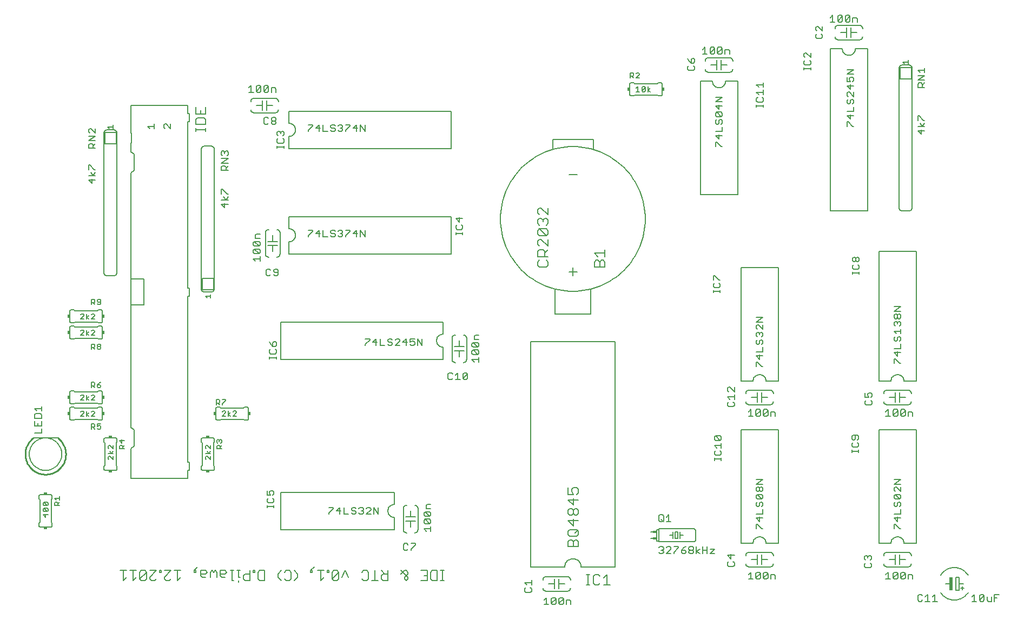
<source format=gtl>
G75*
G70*
%OFA0B0*%
%FSLAX24Y24*%
%IPPOS*%
%LPD*%
%AMOC8*
5,1,8,0,0,1.08239X$1,22.5*
%
%ADD10C,0.0080*%
%ADD11R,0.0200X0.0800*%
%ADD12C,0.0100*%
%ADD13R,0.0230X0.0160*%
%ADD14R,0.0200X0.0150*%
%ADD15R,0.0150X0.0200*%
%ADD16C,0.0050*%
D10*
X006548Y013428D02*
X007148Y013428D01*
X007165Y013430D01*
X007182Y013434D01*
X007198Y013441D01*
X007212Y013451D01*
X007225Y013464D01*
X007235Y013478D01*
X007242Y013494D01*
X007246Y013511D01*
X007248Y013528D01*
X007248Y013678D01*
X007198Y013728D01*
X007198Y015128D01*
X007248Y015178D01*
X007248Y015328D01*
X007246Y015345D01*
X007242Y015362D01*
X007235Y015378D01*
X007225Y015392D01*
X007212Y015405D01*
X007198Y015415D01*
X007182Y015422D01*
X007165Y015426D01*
X007148Y015428D01*
X006548Y015428D01*
X006531Y015426D01*
X006514Y015422D01*
X006498Y015415D01*
X006484Y015405D01*
X006471Y015392D01*
X006461Y015378D01*
X006454Y015362D01*
X006450Y015345D01*
X006448Y015328D01*
X006448Y015178D01*
X006498Y015128D01*
X006498Y013728D01*
X006448Y013678D01*
X006448Y013528D01*
X006450Y013511D01*
X006454Y013494D01*
X006461Y013478D01*
X006471Y013464D01*
X006484Y013451D01*
X006498Y013441D01*
X006514Y013434D01*
X006531Y013430D01*
X006548Y013428D01*
X006853Y014031D02*
X006853Y014238D01*
X007008Y014186D02*
X006698Y014186D01*
X006853Y014031D01*
X006956Y014390D02*
X006749Y014597D01*
X006956Y014597D01*
X007008Y014545D01*
X007008Y014442D01*
X006956Y014390D01*
X006749Y014390D01*
X006698Y014442D01*
X006698Y014545D01*
X006749Y014597D01*
X006749Y014749D02*
X006698Y014801D01*
X006698Y014904D01*
X006749Y014956D01*
X006956Y014749D01*
X007008Y014801D01*
X007008Y014904D01*
X006956Y014956D01*
X006749Y014956D01*
X006749Y014749D02*
X006956Y014749D01*
X007398Y014750D02*
X007398Y014905D01*
X007449Y014957D01*
X007553Y014957D01*
X007604Y014905D01*
X007604Y014750D01*
X007604Y014853D02*
X007708Y014957D01*
X007708Y015109D02*
X007708Y015316D01*
X007708Y015212D02*
X007398Y015212D01*
X007501Y015109D01*
X007398Y014750D02*
X007708Y014750D01*
X010448Y017028D02*
X010448Y017178D01*
X010498Y017228D01*
X010498Y018628D01*
X010448Y018678D01*
X010448Y018828D01*
X010450Y018845D01*
X010454Y018862D01*
X010461Y018878D01*
X010471Y018892D01*
X010484Y018905D01*
X010498Y018915D01*
X010514Y018922D01*
X010531Y018926D01*
X010548Y018928D01*
X011148Y018928D01*
X011165Y018926D01*
X011182Y018922D01*
X011198Y018915D01*
X011212Y018905D01*
X011225Y018892D01*
X011235Y018878D01*
X011242Y018862D01*
X011246Y018845D01*
X011248Y018828D01*
X011248Y018678D01*
X011198Y018628D01*
X011198Y017228D01*
X011248Y017178D01*
X011248Y017028D01*
X011246Y017011D01*
X011242Y016994D01*
X011235Y016978D01*
X011225Y016964D01*
X011212Y016951D01*
X011198Y016941D01*
X011182Y016934D01*
X011165Y016930D01*
X011148Y016928D01*
X010548Y016928D01*
X010531Y016930D01*
X010514Y016934D01*
X010498Y016941D01*
X010484Y016951D01*
X010471Y016964D01*
X010461Y016978D01*
X010454Y016994D01*
X010450Y017011D01*
X010448Y017028D01*
X010749Y017591D02*
X010698Y017642D01*
X010698Y017746D01*
X010749Y017797D01*
X010801Y017797D01*
X011008Y017591D01*
X011008Y017797D01*
X011008Y017950D02*
X010698Y017950D01*
X010801Y018105D02*
X010904Y017950D01*
X011008Y018105D01*
X011008Y018249D02*
X010801Y018456D01*
X010749Y018456D01*
X010698Y018404D01*
X010698Y018301D01*
X010749Y018249D01*
X011008Y018249D02*
X011008Y018456D01*
X011398Y018405D02*
X011449Y018457D01*
X011553Y018457D01*
X011604Y018405D01*
X011604Y018250D01*
X011604Y018353D02*
X011708Y018457D01*
X011708Y018250D02*
X011398Y018250D01*
X011398Y018405D01*
X011553Y018609D02*
X011553Y018816D01*
X011708Y018764D02*
X011398Y018764D01*
X011553Y018609D01*
X012098Y018278D02*
X012298Y018428D01*
X012298Y019428D01*
X012098Y019578D01*
X012098Y027128D01*
X012898Y027128D01*
X012898Y028728D01*
X012098Y028728D01*
X012098Y035278D01*
X012298Y035428D01*
X012298Y036428D01*
X012098Y036578D01*
X012098Y037128D01*
X012148Y037128D01*
X012148Y037728D01*
X012098Y037728D01*
X012098Y039428D01*
X015598Y039428D01*
X015598Y038928D01*
X015698Y038928D01*
X015698Y038428D01*
X015598Y038428D01*
X015598Y028178D01*
X015698Y028178D01*
X015698Y027678D01*
X015598Y027678D01*
X015598Y017428D01*
X015698Y017428D01*
X015698Y016928D01*
X015598Y016928D01*
X015598Y016428D01*
X012098Y016428D01*
X012098Y018278D01*
X010247Y019531D02*
X010196Y019480D01*
X010092Y019480D01*
X010041Y019531D01*
X010041Y019635D02*
X010144Y019686D01*
X010196Y019686D01*
X010247Y019635D01*
X010247Y019531D01*
X010041Y019635D02*
X010041Y019790D01*
X010247Y019790D01*
X010248Y020028D02*
X010098Y020028D01*
X010048Y020078D01*
X008648Y020078D01*
X008598Y020028D01*
X008448Y020028D01*
X008431Y020030D01*
X008414Y020034D01*
X008398Y020041D01*
X008384Y020051D01*
X008371Y020064D01*
X008361Y020078D01*
X008354Y020094D01*
X008350Y020111D01*
X008348Y020128D01*
X008348Y020728D01*
X008350Y020745D01*
X008354Y020762D01*
X008361Y020778D01*
X008371Y020792D01*
X008384Y020805D01*
X008398Y020815D01*
X008414Y020822D01*
X008431Y020826D01*
X008448Y020828D01*
X008598Y020828D01*
X008648Y020778D01*
X010048Y020778D01*
X010098Y020828D01*
X010248Y020828D01*
X010265Y020826D01*
X010282Y020822D01*
X010298Y020815D01*
X010312Y020805D01*
X010325Y020792D01*
X010335Y020778D01*
X010342Y020762D01*
X010346Y020745D01*
X010348Y020728D01*
X010348Y020128D01*
X010346Y020111D01*
X010342Y020094D01*
X010335Y020078D01*
X010325Y020064D01*
X010312Y020051D01*
X010298Y020041D01*
X010282Y020034D01*
X010265Y020030D01*
X010248Y020028D01*
X009876Y020268D02*
X009669Y020268D01*
X009876Y020475D01*
X009876Y020527D01*
X009824Y020578D01*
X009720Y020578D01*
X009669Y020527D01*
X009525Y020475D02*
X009370Y020371D01*
X009525Y020268D01*
X009370Y020268D02*
X009370Y020578D01*
X009217Y020527D02*
X009166Y020578D01*
X009062Y020578D01*
X009010Y020527D01*
X009217Y020527D02*
X009217Y020475D01*
X009010Y020268D01*
X009217Y020268D01*
X009681Y019790D02*
X009837Y019790D01*
X009888Y019738D01*
X009888Y019635D01*
X009837Y019583D01*
X009681Y019583D01*
X009681Y019480D02*
X009681Y019790D01*
X009785Y019583D02*
X009888Y019480D01*
X010098Y021028D02*
X010048Y021078D01*
X008648Y021078D01*
X008598Y021028D01*
X008448Y021028D01*
X008431Y021030D01*
X008414Y021034D01*
X008398Y021041D01*
X008384Y021051D01*
X008371Y021064D01*
X008361Y021078D01*
X008354Y021094D01*
X008350Y021111D01*
X008348Y021128D01*
X008348Y021728D01*
X008350Y021745D01*
X008354Y021762D01*
X008361Y021778D01*
X008371Y021792D01*
X008384Y021805D01*
X008398Y021815D01*
X008414Y021822D01*
X008431Y021826D01*
X008448Y021828D01*
X008598Y021828D01*
X008648Y021778D01*
X010048Y021778D01*
X010098Y021828D01*
X010248Y021828D01*
X010265Y021826D01*
X010282Y021822D01*
X010298Y021815D01*
X010312Y021805D01*
X010325Y021792D01*
X010335Y021778D01*
X010342Y021762D01*
X010346Y021745D01*
X010348Y021728D01*
X010348Y021128D01*
X010346Y021111D01*
X010342Y021094D01*
X010335Y021078D01*
X010325Y021064D01*
X010312Y021051D01*
X010298Y021041D01*
X010282Y021034D01*
X010265Y021030D01*
X010248Y021028D01*
X010098Y021028D01*
X009876Y021268D02*
X009669Y021268D01*
X009876Y021475D01*
X009876Y021527D01*
X009824Y021578D01*
X009720Y021578D01*
X009669Y021527D01*
X009525Y021475D02*
X009370Y021371D01*
X009525Y021268D01*
X009370Y021268D02*
X009370Y021578D01*
X009217Y021527D02*
X009166Y021578D01*
X009062Y021578D01*
X009010Y021527D01*
X009217Y021527D02*
X009217Y021475D01*
X009010Y021268D01*
X009217Y021268D01*
X009681Y022039D02*
X009681Y022349D01*
X009837Y022349D01*
X009888Y022297D01*
X009888Y022194D01*
X009837Y022142D01*
X009681Y022142D01*
X009785Y022142D02*
X009888Y022039D01*
X010041Y022090D02*
X010092Y022039D01*
X010196Y022039D01*
X010247Y022090D01*
X010247Y022142D01*
X010196Y022194D01*
X010041Y022194D01*
X010041Y022090D01*
X010041Y022194D02*
X010144Y022297D01*
X010247Y022349D01*
X010196Y024401D02*
X010092Y024401D01*
X010041Y024453D01*
X010041Y024504D01*
X010092Y024556D01*
X010196Y024556D01*
X010247Y024504D01*
X010247Y024453D01*
X010196Y024401D01*
X010196Y024556D02*
X010247Y024608D01*
X010247Y024659D01*
X010196Y024711D01*
X010092Y024711D01*
X010041Y024659D01*
X010041Y024608D01*
X010092Y024556D01*
X009888Y024556D02*
X009837Y024504D01*
X009681Y024504D01*
X009681Y024401D02*
X009681Y024711D01*
X009837Y024711D01*
X009888Y024659D01*
X009888Y024556D01*
X009785Y024504D02*
X009888Y024401D01*
X010098Y025028D02*
X010048Y025078D01*
X008648Y025078D01*
X008598Y025028D01*
X008448Y025028D01*
X008431Y025030D01*
X008414Y025034D01*
X008398Y025041D01*
X008384Y025051D01*
X008371Y025064D01*
X008361Y025078D01*
X008354Y025094D01*
X008350Y025111D01*
X008348Y025128D01*
X008348Y025728D01*
X008350Y025745D01*
X008354Y025762D01*
X008361Y025778D01*
X008371Y025792D01*
X008384Y025805D01*
X008398Y025815D01*
X008414Y025822D01*
X008431Y025826D01*
X008448Y025828D01*
X008598Y025828D01*
X008648Y025778D01*
X010048Y025778D01*
X010098Y025828D01*
X010248Y025828D01*
X010265Y025826D01*
X010282Y025822D01*
X010298Y025815D01*
X010312Y025805D01*
X010325Y025792D01*
X010335Y025778D01*
X010342Y025762D01*
X010346Y025745D01*
X010348Y025728D01*
X010348Y025128D01*
X010346Y025111D01*
X010342Y025094D01*
X010335Y025078D01*
X010325Y025064D01*
X010312Y025051D01*
X010298Y025041D01*
X010282Y025034D01*
X010265Y025030D01*
X010248Y025028D01*
X010098Y025028D01*
X009876Y025268D02*
X009669Y025268D01*
X009876Y025475D01*
X009876Y025527D01*
X009824Y025578D01*
X009720Y025578D01*
X009669Y025527D01*
X009525Y025475D02*
X009370Y025371D01*
X009525Y025268D01*
X009370Y025268D02*
X009370Y025578D01*
X009217Y025527D02*
X009217Y025475D01*
X009010Y025268D01*
X009217Y025268D01*
X009217Y025527D02*
X009166Y025578D01*
X009062Y025578D01*
X009010Y025527D01*
X008598Y026028D02*
X008448Y026028D01*
X008431Y026030D01*
X008414Y026034D01*
X008398Y026041D01*
X008384Y026051D01*
X008371Y026064D01*
X008361Y026078D01*
X008354Y026094D01*
X008350Y026111D01*
X008348Y026128D01*
X008348Y026728D01*
X008350Y026745D01*
X008354Y026762D01*
X008361Y026778D01*
X008371Y026792D01*
X008384Y026805D01*
X008398Y026815D01*
X008414Y026822D01*
X008431Y026826D01*
X008448Y026828D01*
X008598Y026828D01*
X008648Y026778D01*
X010048Y026778D01*
X010098Y026828D01*
X010248Y026828D01*
X010265Y026826D01*
X010282Y026822D01*
X010298Y026815D01*
X010312Y026805D01*
X010325Y026792D01*
X010335Y026778D01*
X010342Y026762D01*
X010346Y026745D01*
X010348Y026728D01*
X010348Y026128D01*
X010346Y026111D01*
X010342Y026094D01*
X010335Y026078D01*
X010325Y026064D01*
X010312Y026051D01*
X010298Y026041D01*
X010282Y026034D01*
X010265Y026030D01*
X010248Y026028D01*
X010098Y026028D01*
X010048Y026078D01*
X008648Y026078D01*
X008598Y026028D01*
X009010Y026268D02*
X009217Y026475D01*
X009217Y026527D01*
X009166Y026578D01*
X009062Y026578D01*
X009010Y026527D01*
X009010Y026268D02*
X009217Y026268D01*
X009370Y026268D02*
X009370Y026578D01*
X009525Y026475D02*
X009370Y026371D01*
X009525Y026268D01*
X009669Y026268D02*
X009876Y026475D01*
X009876Y026527D01*
X009824Y026578D01*
X009720Y026578D01*
X009669Y026527D01*
X009669Y026268D02*
X009876Y026268D01*
X009888Y027157D02*
X009785Y027260D01*
X009837Y027260D02*
X009681Y027260D01*
X009681Y027157D02*
X009681Y027467D01*
X009837Y027467D01*
X009888Y027415D01*
X009888Y027312D01*
X009837Y027260D01*
X010041Y027208D02*
X010092Y027157D01*
X010196Y027157D01*
X010247Y027208D01*
X010247Y027415D01*
X010196Y027467D01*
X010092Y027467D01*
X010041Y027415D01*
X010041Y027364D01*
X010092Y027312D01*
X010247Y027312D01*
X010648Y028928D02*
X011048Y028928D01*
X011074Y028930D01*
X011100Y028935D01*
X011125Y028943D01*
X011148Y028955D01*
X011170Y028969D01*
X011189Y028987D01*
X011207Y029006D01*
X011221Y029028D01*
X011233Y029051D01*
X011241Y029076D01*
X011246Y029102D01*
X011248Y029128D01*
X011248Y037728D01*
X011198Y037778D02*
X011198Y037078D01*
X010498Y037078D01*
X010498Y037778D01*
X011198Y037778D01*
X011248Y037728D02*
X011246Y037754D01*
X011241Y037780D01*
X011233Y037805D01*
X011221Y037828D01*
X011207Y037850D01*
X011189Y037869D01*
X011170Y037887D01*
X011148Y037901D01*
X011125Y037913D01*
X011100Y037921D01*
X011074Y037926D01*
X011048Y037928D01*
X010648Y037928D01*
X010791Y038009D02*
X010688Y038112D01*
X010998Y038112D01*
X010998Y038009D02*
X010998Y038216D01*
X010648Y037928D02*
X010622Y037926D01*
X010596Y037921D01*
X010571Y037913D01*
X010548Y037901D01*
X010526Y037887D01*
X010507Y037869D01*
X010489Y037850D01*
X010475Y037828D01*
X010463Y037805D01*
X010455Y037780D01*
X010450Y037754D01*
X010448Y037728D01*
X010448Y029128D01*
X010450Y029102D01*
X010455Y029076D01*
X010463Y029051D01*
X010475Y029028D01*
X010489Y029006D01*
X010507Y028987D01*
X010526Y028969D01*
X010548Y028955D01*
X010571Y028943D01*
X010596Y028935D01*
X010622Y028930D01*
X010648Y028928D01*
X012098Y028728D02*
X012098Y027128D01*
X016448Y028128D02*
X016448Y036728D01*
X016450Y036754D01*
X016455Y036780D01*
X016463Y036805D01*
X016475Y036828D01*
X016489Y036850D01*
X016507Y036869D01*
X016526Y036887D01*
X016548Y036901D01*
X016571Y036913D01*
X016596Y036921D01*
X016622Y036926D01*
X016648Y036928D01*
X017048Y036928D01*
X017074Y036926D01*
X017100Y036921D01*
X017125Y036913D01*
X017148Y036901D01*
X017170Y036887D01*
X017189Y036869D01*
X017207Y036850D01*
X017221Y036828D01*
X017233Y036805D01*
X017241Y036780D01*
X017246Y036754D01*
X017248Y036728D01*
X017248Y028128D01*
X017198Y028078D02*
X016498Y028078D01*
X016498Y028778D01*
X017198Y028778D01*
X017198Y028078D01*
X017248Y028128D02*
X017246Y028102D01*
X017241Y028076D01*
X017233Y028051D01*
X017221Y028028D01*
X017207Y028006D01*
X017189Y027987D01*
X017170Y027969D01*
X017148Y027955D01*
X017125Y027943D01*
X017100Y027935D01*
X017074Y027930D01*
X017048Y027928D01*
X016648Y027928D01*
X016622Y027930D01*
X016596Y027935D01*
X016571Y027943D01*
X016548Y027955D01*
X016526Y027969D01*
X016507Y027987D01*
X016489Y028006D01*
X016475Y028028D01*
X016463Y028051D01*
X016455Y028076D01*
X016450Y028102D01*
X016448Y028128D01*
X016698Y027671D02*
X017008Y027671D01*
X017008Y027568D02*
X017008Y027775D01*
X016801Y027568D02*
X016698Y027671D01*
X019651Y029979D02*
X020072Y029979D01*
X020072Y029839D02*
X020072Y030119D01*
X020002Y030299D02*
X019721Y030580D01*
X020002Y030580D01*
X020072Y030510D01*
X020072Y030369D01*
X020002Y030299D01*
X019721Y030299D01*
X019651Y030369D01*
X019651Y030510D01*
X019721Y030580D01*
X019721Y030760D02*
X019651Y030830D01*
X019651Y030970D01*
X019721Y031040D01*
X020002Y030760D01*
X020072Y030830D01*
X020072Y030970D01*
X020002Y031040D01*
X019721Y031040D01*
X019791Y031220D02*
X019791Y031430D01*
X019861Y031500D01*
X020072Y031500D01*
X020072Y031220D02*
X019791Y031220D01*
X019721Y030760D02*
X020002Y030760D01*
X020548Y030798D02*
X020848Y030798D01*
X020848Y030428D01*
X021098Y030078D02*
X021124Y030080D01*
X021150Y030085D01*
X021175Y030093D01*
X021198Y030105D01*
X021220Y030119D01*
X021239Y030137D01*
X021257Y030156D01*
X021271Y030178D01*
X021283Y030201D01*
X021291Y030226D01*
X021296Y030252D01*
X021298Y030278D01*
X021298Y031578D01*
X021296Y031604D01*
X021291Y031630D01*
X021283Y031655D01*
X021271Y031678D01*
X021257Y031700D01*
X021239Y031719D01*
X021220Y031737D01*
X021198Y031751D01*
X021175Y031763D01*
X021150Y031771D01*
X021124Y031776D01*
X021098Y031778D01*
X020848Y031428D02*
X020848Y031048D01*
X020548Y031048D01*
X020848Y031048D02*
X021148Y031048D01*
X021148Y030798D02*
X020848Y030798D01*
X020398Y030278D02*
X020400Y030252D01*
X020405Y030226D01*
X020413Y030201D01*
X020425Y030178D01*
X020439Y030156D01*
X020457Y030137D01*
X020476Y030119D01*
X020498Y030105D01*
X020521Y030093D01*
X020546Y030085D01*
X020572Y030080D01*
X020598Y030078D01*
X020398Y030278D02*
X020398Y031578D01*
X020400Y031604D01*
X020405Y031630D01*
X020413Y031655D01*
X020425Y031678D01*
X020439Y031700D01*
X020457Y031719D01*
X020476Y031737D01*
X020498Y031751D01*
X020521Y031763D01*
X020546Y031771D01*
X020572Y031776D01*
X020598Y031778D01*
X021848Y031828D02*
X021848Y032578D01*
X031848Y032578D01*
X031848Y030278D01*
X021848Y030278D01*
X021848Y031028D01*
X021887Y031030D01*
X021926Y031036D01*
X021964Y031045D01*
X022001Y031058D01*
X022037Y031075D01*
X022070Y031095D01*
X022102Y031119D01*
X022131Y031145D01*
X022157Y031174D01*
X022181Y031206D01*
X022201Y031239D01*
X022218Y031275D01*
X022231Y031312D01*
X022240Y031350D01*
X022246Y031389D01*
X022248Y031428D01*
X022246Y031467D01*
X022240Y031506D01*
X022231Y031544D01*
X022218Y031581D01*
X022201Y031617D01*
X022181Y031650D01*
X022157Y031682D01*
X022131Y031711D01*
X022102Y031737D01*
X022070Y031761D01*
X022037Y031781D01*
X022001Y031798D01*
X021964Y031811D01*
X021926Y031820D01*
X021887Y031826D01*
X021848Y031828D01*
X023038Y031738D02*
X023318Y031738D01*
X023318Y031668D01*
X023038Y031388D01*
X023038Y031318D01*
X023498Y031528D02*
X023778Y031528D01*
X023708Y031318D02*
X023708Y031738D01*
X023498Y031528D01*
X023959Y031738D02*
X023959Y031318D01*
X024239Y031318D01*
X024419Y031388D02*
X024489Y031318D01*
X024629Y031318D01*
X024699Y031388D01*
X024699Y031458D01*
X024629Y031528D01*
X024489Y031528D01*
X024419Y031598D01*
X024419Y031668D01*
X024489Y031738D01*
X024629Y031738D01*
X024699Y031668D01*
X024879Y031668D02*
X024949Y031738D01*
X025089Y031738D01*
X025160Y031668D01*
X025160Y031598D01*
X025089Y031528D01*
X025160Y031458D01*
X025160Y031388D01*
X025089Y031318D01*
X024949Y031318D01*
X024879Y031388D01*
X025019Y031528D02*
X025089Y031528D01*
X025340Y031388D02*
X025340Y031318D01*
X025340Y031388D02*
X025620Y031668D01*
X025620Y031738D01*
X025340Y031738D01*
X025800Y031528D02*
X026080Y031528D01*
X026010Y031318D02*
X026010Y031738D01*
X025800Y031528D01*
X026260Y031318D02*
X026260Y031738D01*
X026541Y031318D01*
X026541Y031738D01*
X032132Y031849D02*
X032202Y031779D01*
X032482Y031779D01*
X032552Y031849D01*
X032552Y031989D01*
X032482Y032059D01*
X032342Y032239D02*
X032342Y032519D01*
X032132Y032449D02*
X032342Y032239D01*
X032202Y032059D02*
X032132Y031989D01*
X032132Y031849D01*
X032132Y031612D02*
X032132Y031472D01*
X032132Y031542D02*
X032552Y031542D01*
X032552Y031472D02*
X032552Y031612D01*
X032552Y032449D02*
X032132Y032449D01*
X037187Y032356D02*
X037291Y032460D01*
X037394Y032460D01*
X037498Y032356D01*
X037601Y032460D01*
X037704Y032460D01*
X037808Y032356D01*
X037808Y032150D01*
X037704Y032046D01*
X037704Y031815D02*
X037291Y031815D01*
X037704Y031402D01*
X037808Y031505D01*
X037808Y031712D01*
X037704Y031815D01*
X037291Y031815D02*
X037187Y031712D01*
X037187Y031505D01*
X037291Y031402D01*
X037704Y031402D01*
X037808Y031171D02*
X037808Y030757D01*
X037394Y031171D01*
X037291Y031171D01*
X037187Y031067D01*
X037187Y030860D01*
X037291Y030757D01*
X037291Y030526D02*
X037498Y030526D01*
X037601Y030423D01*
X037601Y030113D01*
X037601Y030319D02*
X037808Y030526D01*
X037808Y030113D02*
X037187Y030113D01*
X037187Y030423D01*
X037291Y030526D01*
X037291Y029882D02*
X037187Y029778D01*
X037187Y029571D01*
X037291Y029468D01*
X037704Y029468D01*
X037808Y029571D01*
X037808Y029778D01*
X037704Y029882D01*
X039098Y029178D02*
X039598Y029178D01*
X039348Y028928D02*
X039348Y029428D01*
X040687Y029468D02*
X040687Y029778D01*
X040791Y029882D01*
X040894Y029882D01*
X040998Y029778D01*
X040998Y029468D01*
X041308Y029468D02*
X040687Y029468D01*
X040998Y029778D02*
X041101Y029882D01*
X041204Y029882D01*
X041308Y029778D01*
X041308Y029468D01*
X041308Y030113D02*
X041308Y030526D01*
X041308Y030319D02*
X040687Y030319D01*
X040894Y030113D01*
X040448Y028078D02*
X040448Y026568D01*
X038248Y026568D01*
X038248Y028078D01*
X036748Y024878D02*
X036748Y010978D01*
X038848Y010978D01*
X038850Y011022D01*
X038856Y011065D01*
X038865Y011107D01*
X038878Y011149D01*
X038895Y011189D01*
X038915Y011228D01*
X038938Y011265D01*
X038965Y011299D01*
X038994Y011332D01*
X039027Y011361D01*
X039061Y011388D01*
X039098Y011411D01*
X039137Y011431D01*
X039177Y011448D01*
X039219Y011461D01*
X039261Y011470D01*
X039304Y011476D01*
X039348Y011478D01*
X039392Y011476D01*
X039435Y011470D01*
X039477Y011461D01*
X039519Y011448D01*
X039559Y011431D01*
X039598Y011411D01*
X039635Y011388D01*
X039669Y011361D01*
X039702Y011332D01*
X039731Y011299D01*
X039758Y011265D01*
X039781Y011228D01*
X039801Y011189D01*
X039818Y011149D01*
X039831Y011107D01*
X039840Y011065D01*
X039846Y011022D01*
X039848Y010978D01*
X041948Y010978D01*
X041948Y024878D01*
X036748Y024878D01*
X033548Y024991D02*
X033268Y024991D01*
X033268Y025201D01*
X033338Y025271D01*
X033548Y025271D01*
X033478Y024811D02*
X033198Y024811D01*
X033478Y024530D01*
X033548Y024601D01*
X033548Y024741D01*
X033478Y024811D01*
X033198Y024811D02*
X033128Y024741D01*
X033128Y024601D01*
X033198Y024530D01*
X033478Y024530D01*
X033478Y024350D02*
X033198Y024350D01*
X033478Y024070D01*
X033548Y024140D01*
X033548Y024280D01*
X033478Y024350D01*
X033478Y024070D02*
X033198Y024070D01*
X033128Y024140D01*
X033128Y024280D01*
X033198Y024350D01*
X032648Y024308D02*
X032348Y024308D01*
X032348Y023928D01*
X032598Y023578D02*
X032624Y023580D01*
X032650Y023585D01*
X032675Y023593D01*
X032698Y023605D01*
X032720Y023619D01*
X032739Y023637D01*
X032757Y023656D01*
X032771Y023678D01*
X032783Y023701D01*
X032791Y023726D01*
X032796Y023752D01*
X032798Y023778D01*
X032798Y025078D01*
X032796Y025104D01*
X032791Y025130D01*
X032783Y025155D01*
X032771Y025178D01*
X032757Y025200D01*
X032739Y025219D01*
X032720Y025237D01*
X032698Y025251D01*
X032675Y025263D01*
X032650Y025271D01*
X032624Y025276D01*
X032598Y025278D01*
X032348Y024928D02*
X032348Y024558D01*
X032648Y024558D01*
X032348Y024558D02*
X032048Y024558D01*
X032048Y024308D02*
X032348Y024308D01*
X031898Y023778D02*
X031900Y023752D01*
X031905Y023726D01*
X031913Y023701D01*
X031925Y023678D01*
X031939Y023656D01*
X031957Y023637D01*
X031976Y023619D01*
X031998Y023605D01*
X032021Y023593D01*
X032046Y023585D01*
X032072Y023580D01*
X032098Y023578D01*
X031898Y023778D02*
X031898Y025078D01*
X031900Y025104D01*
X031905Y025130D01*
X031913Y025155D01*
X031925Y025178D01*
X031939Y025200D01*
X031957Y025219D01*
X031976Y025237D01*
X031998Y025251D01*
X032021Y025263D01*
X032046Y025271D01*
X032072Y025276D01*
X032098Y025278D01*
X031348Y025328D02*
X031348Y026078D01*
X021348Y026078D01*
X021348Y023778D01*
X031348Y023778D01*
X031348Y024528D01*
X031309Y024530D01*
X031270Y024536D01*
X031232Y024545D01*
X031195Y024558D01*
X031159Y024575D01*
X031126Y024595D01*
X031094Y024619D01*
X031065Y024645D01*
X031039Y024674D01*
X031015Y024706D01*
X030995Y024739D01*
X030978Y024775D01*
X030965Y024812D01*
X030956Y024850D01*
X030950Y024889D01*
X030948Y024928D01*
X030950Y024967D01*
X030956Y025006D01*
X030965Y025044D01*
X030978Y025081D01*
X030995Y025117D01*
X031015Y025150D01*
X031039Y025182D01*
X031065Y025211D01*
X031094Y025237D01*
X031126Y025261D01*
X031159Y025281D01*
X031195Y025298D01*
X031232Y025311D01*
X031270Y025320D01*
X031309Y025326D01*
X031348Y025328D01*
X030057Y025038D02*
X030057Y024618D01*
X029777Y025038D01*
X029777Y024618D01*
X029597Y024688D02*
X029527Y024618D01*
X029387Y024618D01*
X029317Y024688D01*
X029317Y024828D02*
X029457Y024898D01*
X029527Y024898D01*
X029597Y024828D01*
X029597Y024688D01*
X029317Y024828D02*
X029317Y025038D01*
X029597Y025038D01*
X029137Y024828D02*
X028857Y024828D01*
X029067Y025038D01*
X029067Y024618D01*
X028676Y024618D02*
X028396Y024618D01*
X028676Y024898D01*
X028676Y024968D01*
X028606Y025038D01*
X028466Y025038D01*
X028396Y024968D01*
X028216Y024968D02*
X028146Y025038D01*
X028006Y025038D01*
X027936Y024968D01*
X027936Y024898D01*
X028006Y024828D01*
X028146Y024828D01*
X028216Y024758D01*
X028216Y024688D01*
X028146Y024618D01*
X028006Y024618D01*
X027936Y024688D01*
X027756Y024618D02*
X027475Y024618D01*
X027475Y025038D01*
X027225Y025038D02*
X027015Y024828D01*
X027295Y024828D01*
X027225Y024618D02*
X027225Y025038D01*
X026835Y025038D02*
X026835Y024968D01*
X026555Y024688D01*
X026555Y024618D01*
X026555Y025038D02*
X026835Y025038D01*
X031656Y022869D02*
X031656Y022589D01*
X031726Y022519D01*
X031866Y022519D01*
X031937Y022589D01*
X032117Y022519D02*
X032397Y022519D01*
X032257Y022519D02*
X032257Y022940D01*
X032117Y022799D01*
X031937Y022869D02*
X031866Y022940D01*
X031726Y022940D01*
X031656Y022869D01*
X032577Y022869D02*
X032577Y022589D01*
X032857Y022869D01*
X032857Y022589D01*
X032787Y022519D01*
X032647Y022519D01*
X032577Y022589D01*
X032577Y022869D02*
X032647Y022940D01*
X032787Y022940D01*
X032857Y022869D01*
X033268Y023610D02*
X033128Y023750D01*
X033548Y023750D01*
X033548Y023610D02*
X033548Y023890D01*
X037291Y032046D02*
X037187Y032150D01*
X037187Y032356D01*
X037498Y032356D02*
X037498Y032253D01*
X037291Y032691D02*
X037187Y032794D01*
X037187Y033001D01*
X037291Y033104D01*
X037394Y033104D01*
X037808Y032691D01*
X037808Y033104D01*
X034888Y032428D02*
X034893Y032647D01*
X034909Y032865D01*
X034936Y033082D01*
X034974Y033298D01*
X035022Y033512D01*
X035080Y033723D01*
X035149Y033931D01*
X035227Y034135D01*
X035316Y034335D01*
X035415Y034530D01*
X035523Y034721D01*
X035640Y034906D01*
X035766Y035085D01*
X035900Y035257D01*
X036043Y035423D01*
X036194Y035582D01*
X036353Y035733D01*
X036519Y035876D01*
X036691Y036010D01*
X036870Y036136D01*
X037055Y036253D01*
X037246Y036361D01*
X037441Y036460D01*
X037641Y036549D01*
X037845Y036627D01*
X038053Y036696D01*
X038264Y036754D01*
X038478Y036802D01*
X038694Y036840D01*
X038911Y036867D01*
X039129Y036883D01*
X039348Y036888D01*
X039567Y036883D01*
X039785Y036867D01*
X040002Y036840D01*
X040218Y036802D01*
X040432Y036754D01*
X040643Y036696D01*
X040851Y036627D01*
X041055Y036549D01*
X041255Y036460D01*
X041450Y036361D01*
X041641Y036253D01*
X041826Y036136D01*
X042005Y036010D01*
X042177Y035876D01*
X042343Y035733D01*
X042502Y035582D01*
X042653Y035423D01*
X042796Y035257D01*
X042930Y035085D01*
X043056Y034906D01*
X043173Y034721D01*
X043281Y034530D01*
X043380Y034335D01*
X043469Y034135D01*
X043547Y033931D01*
X043616Y033723D01*
X043674Y033512D01*
X043722Y033298D01*
X043760Y033082D01*
X043787Y032865D01*
X043803Y032647D01*
X043808Y032428D01*
X043803Y032209D01*
X043787Y031991D01*
X043760Y031774D01*
X043722Y031558D01*
X043674Y031344D01*
X043616Y031133D01*
X043547Y030925D01*
X043469Y030721D01*
X043380Y030521D01*
X043281Y030326D01*
X043173Y030135D01*
X043056Y029950D01*
X042930Y029771D01*
X042796Y029599D01*
X042653Y029433D01*
X042502Y029274D01*
X042343Y029123D01*
X042177Y028980D01*
X042005Y028846D01*
X041826Y028720D01*
X041641Y028603D01*
X041450Y028495D01*
X041255Y028396D01*
X041055Y028307D01*
X040851Y028229D01*
X040643Y028160D01*
X040432Y028102D01*
X040218Y028054D01*
X040002Y028016D01*
X039785Y027989D01*
X039567Y027973D01*
X039348Y027968D01*
X039129Y027973D01*
X038911Y027989D01*
X038694Y028016D01*
X038478Y028054D01*
X038264Y028102D01*
X038053Y028160D01*
X037845Y028229D01*
X037641Y028307D01*
X037441Y028396D01*
X037246Y028495D01*
X037055Y028603D01*
X036870Y028720D01*
X036691Y028846D01*
X036519Y028980D01*
X036353Y029123D01*
X036194Y029274D01*
X036043Y029433D01*
X035900Y029599D01*
X035766Y029771D01*
X035640Y029950D01*
X035523Y030135D01*
X035415Y030326D01*
X035316Y030521D01*
X035227Y030721D01*
X035149Y030925D01*
X035080Y031133D01*
X035022Y031344D01*
X034974Y031558D01*
X034936Y031774D01*
X034909Y031991D01*
X034893Y032209D01*
X034888Y032428D01*
X039098Y035178D02*
X039598Y035178D01*
X040598Y036728D02*
X040598Y037318D01*
X038098Y037318D01*
X038098Y036728D01*
X042848Y040128D02*
X042848Y040728D01*
X042850Y040745D01*
X042854Y040762D01*
X042861Y040778D01*
X042871Y040792D01*
X042884Y040805D01*
X042898Y040815D01*
X042914Y040822D01*
X042931Y040826D01*
X042948Y040828D01*
X043098Y040828D01*
X043148Y040778D01*
X044548Y040778D01*
X044598Y040828D01*
X044748Y040828D01*
X044765Y040826D01*
X044782Y040822D01*
X044798Y040815D01*
X044812Y040805D01*
X044825Y040792D01*
X044835Y040778D01*
X044842Y040762D01*
X044846Y040745D01*
X044848Y040728D01*
X044848Y040128D01*
X044846Y040111D01*
X044842Y040094D01*
X044835Y040078D01*
X044825Y040064D01*
X044812Y040051D01*
X044798Y040041D01*
X044782Y040034D01*
X044765Y040030D01*
X044748Y040028D01*
X044598Y040028D01*
X044548Y040078D01*
X043148Y040078D01*
X043098Y040028D01*
X042948Y040028D01*
X042931Y040030D01*
X042914Y040034D01*
X042898Y040041D01*
X042884Y040051D01*
X042871Y040064D01*
X042861Y040078D01*
X042854Y040094D01*
X042850Y040111D01*
X042848Y040128D01*
X043248Y040278D02*
X043455Y040278D01*
X043351Y040278D02*
X043351Y040588D01*
X043248Y040485D01*
X043607Y040537D02*
X043659Y040588D01*
X043762Y040588D01*
X043814Y040537D01*
X043607Y040330D01*
X043659Y040278D01*
X043762Y040278D01*
X043814Y040330D01*
X043814Y040537D01*
X043966Y040588D02*
X043966Y040278D01*
X043966Y040381D02*
X044121Y040485D01*
X043966Y040381D02*
X044121Y040278D01*
X043607Y040330D02*
X043607Y040537D01*
X043446Y041129D02*
X043239Y041129D01*
X043446Y041336D01*
X043446Y041388D01*
X043394Y041440D01*
X043291Y041440D01*
X043239Y041388D01*
X043087Y041388D02*
X043087Y041285D01*
X043035Y041233D01*
X042880Y041233D01*
X042983Y041233D02*
X043087Y041129D01*
X042880Y041129D02*
X042880Y041440D01*
X043035Y041440D01*
X043087Y041388D01*
X046423Y041657D02*
X046493Y041587D01*
X046773Y041587D01*
X046843Y041657D01*
X046843Y041797D01*
X046773Y041867D01*
X046773Y042047D02*
X046843Y042117D01*
X046843Y042257D01*
X046773Y042327D01*
X046703Y042327D01*
X046633Y042257D01*
X046633Y042047D01*
X046773Y042047D01*
X046633Y042047D02*
X046493Y042187D01*
X046423Y042327D01*
X046493Y041867D02*
X046423Y041797D01*
X046423Y041657D01*
X047198Y040928D02*
X047948Y040928D01*
X047950Y040889D01*
X047956Y040850D01*
X047965Y040812D01*
X047978Y040775D01*
X047995Y040739D01*
X048015Y040706D01*
X048039Y040674D01*
X048065Y040645D01*
X048094Y040619D01*
X048126Y040595D01*
X048159Y040575D01*
X048195Y040558D01*
X048232Y040545D01*
X048270Y040536D01*
X048309Y040530D01*
X048348Y040528D01*
X048387Y040530D01*
X048426Y040536D01*
X048464Y040545D01*
X048501Y040558D01*
X048537Y040575D01*
X048570Y040595D01*
X048602Y040619D01*
X048631Y040645D01*
X048657Y040674D01*
X048681Y040706D01*
X048701Y040739D01*
X048718Y040775D01*
X048731Y040812D01*
X048740Y040850D01*
X048746Y040889D01*
X048748Y040928D01*
X049498Y040928D01*
X049498Y033928D01*
X047198Y033928D01*
X047198Y040928D01*
X047698Y041478D02*
X048998Y041478D01*
X049024Y041480D01*
X049050Y041485D01*
X049075Y041493D01*
X049098Y041505D01*
X049120Y041519D01*
X049139Y041537D01*
X049157Y041556D01*
X049171Y041578D01*
X049183Y041601D01*
X049191Y041626D01*
X049196Y041652D01*
X049198Y041678D01*
X048848Y041928D02*
X048468Y041928D01*
X048468Y042228D01*
X048218Y042228D02*
X048218Y041928D01*
X047848Y041928D01*
X047498Y041678D02*
X047500Y041652D01*
X047505Y041626D01*
X047513Y041601D01*
X047525Y041578D01*
X047539Y041556D01*
X047557Y041537D01*
X047576Y041519D01*
X047598Y041505D01*
X047621Y041493D01*
X047646Y041485D01*
X047672Y041480D01*
X047698Y041478D01*
X048218Y041628D02*
X048218Y041928D01*
X048468Y041928D02*
X048468Y041628D01*
X049198Y042178D02*
X049196Y042204D01*
X049191Y042230D01*
X049183Y042255D01*
X049171Y042278D01*
X049157Y042300D01*
X049139Y042319D01*
X049120Y042337D01*
X049098Y042351D01*
X049075Y042363D01*
X049050Y042371D01*
X049024Y042376D01*
X048998Y042378D01*
X047698Y042378D01*
X047672Y042376D01*
X047646Y042371D01*
X047621Y042363D01*
X047598Y042351D01*
X047576Y042337D01*
X047557Y042319D01*
X047539Y042300D01*
X047525Y042278D01*
X047513Y042255D01*
X047505Y042230D01*
X047500Y042204D01*
X047498Y042178D01*
X047478Y042598D02*
X047478Y043018D01*
X047338Y042878D01*
X047338Y042598D02*
X047618Y042598D01*
X047798Y042668D02*
X048078Y042948D01*
X048078Y042668D01*
X048008Y042598D01*
X047868Y042598D01*
X047798Y042668D01*
X047798Y042948D01*
X047868Y043018D01*
X048008Y043018D01*
X048078Y042948D01*
X048258Y042948D02*
X048328Y043018D01*
X048469Y043018D01*
X048539Y042948D01*
X048258Y042668D01*
X048328Y042598D01*
X048469Y042598D01*
X048539Y042668D01*
X048539Y042948D01*
X048719Y042878D02*
X048929Y042878D01*
X048999Y042808D01*
X048999Y042598D01*
X048719Y042598D02*
X048719Y042878D01*
X048258Y042948D02*
X048258Y042668D01*
X050659Y040703D02*
X050799Y040563D01*
X050659Y040703D02*
X051079Y040703D01*
X051079Y040563D02*
X051079Y040843D01*
X051079Y040382D02*
X051079Y040102D01*
X051079Y040242D02*
X050659Y040242D01*
X050799Y040102D01*
X050729Y039922D02*
X050659Y039852D01*
X050659Y039712D01*
X050729Y039642D01*
X051009Y039642D01*
X051079Y039712D01*
X051079Y039852D01*
X051009Y039922D01*
X051079Y039475D02*
X051079Y039335D01*
X051079Y039405D02*
X050659Y039405D01*
X050659Y039335D02*
X050659Y039475D01*
X048558Y039407D02*
X048138Y039407D01*
X048348Y039197D01*
X048348Y039477D01*
X048558Y039657D02*
X048138Y039657D01*
X048558Y039938D01*
X048138Y039938D01*
X048208Y039017D02*
X048488Y038737D01*
X048558Y038807D01*
X048558Y038947D01*
X048488Y039017D01*
X048208Y039017D01*
X048138Y038947D01*
X048138Y038807D01*
X048208Y038737D01*
X048488Y038737D01*
X048488Y038557D02*
X048558Y038487D01*
X048558Y038346D01*
X048488Y038276D01*
X048348Y038346D02*
X048348Y038487D01*
X048418Y038557D01*
X048488Y038557D01*
X048348Y038346D02*
X048278Y038276D01*
X048208Y038276D01*
X048138Y038346D01*
X048138Y038487D01*
X048208Y038557D01*
X048558Y038096D02*
X048558Y037816D01*
X048138Y037816D01*
X048138Y037566D02*
X048348Y037356D01*
X048348Y037636D01*
X048558Y037566D02*
X048138Y037566D01*
X048138Y037176D02*
X048208Y037176D01*
X048488Y036895D01*
X048558Y036895D01*
X048138Y036895D02*
X048138Y037176D01*
X053580Y041626D02*
X053580Y041766D01*
X053580Y041696D02*
X054000Y041696D01*
X054000Y041626D02*
X054000Y041766D01*
X053930Y041933D02*
X054000Y042003D01*
X054000Y042143D01*
X053930Y042213D01*
X054000Y042394D02*
X053720Y042674D01*
X053650Y042674D01*
X053580Y042604D01*
X053580Y042464D01*
X053650Y042394D01*
X053650Y042213D02*
X053580Y042143D01*
X053580Y042003D01*
X053650Y041933D01*
X053930Y041933D01*
X054000Y042394D02*
X054000Y042674D01*
X055198Y042928D02*
X055948Y042928D01*
X055950Y042889D01*
X055956Y042850D01*
X055965Y042812D01*
X055978Y042775D01*
X055995Y042739D01*
X056015Y042706D01*
X056039Y042674D01*
X056065Y042645D01*
X056094Y042619D01*
X056126Y042595D01*
X056159Y042575D01*
X056195Y042558D01*
X056232Y042545D01*
X056270Y042536D01*
X056309Y042530D01*
X056348Y042528D01*
X056387Y042530D01*
X056426Y042536D01*
X056464Y042545D01*
X056501Y042558D01*
X056537Y042575D01*
X056570Y042595D01*
X056602Y042619D01*
X056631Y042645D01*
X056657Y042674D01*
X056681Y042706D01*
X056701Y042739D01*
X056718Y042775D01*
X056731Y042812D01*
X056740Y042850D01*
X056746Y042889D01*
X056748Y042928D01*
X057498Y042928D01*
X057498Y032928D01*
X055198Y032928D01*
X055198Y042928D01*
X055698Y043478D02*
X056998Y043478D01*
X057024Y043480D01*
X057050Y043485D01*
X057075Y043493D01*
X057098Y043505D01*
X057120Y043519D01*
X057139Y043537D01*
X057157Y043556D01*
X057171Y043578D01*
X057183Y043601D01*
X057191Y043626D01*
X057196Y043652D01*
X057198Y043678D01*
X056848Y043928D02*
X056468Y043928D01*
X056468Y044228D01*
X056218Y044228D02*
X056218Y043928D01*
X055848Y043928D01*
X055498Y043678D02*
X055500Y043652D01*
X055505Y043626D01*
X055513Y043601D01*
X055525Y043578D01*
X055539Y043556D01*
X055557Y043537D01*
X055576Y043519D01*
X055598Y043505D01*
X055621Y043493D01*
X055646Y043485D01*
X055672Y043480D01*
X055698Y043478D01*
X056218Y043628D02*
X056218Y043928D01*
X056468Y043928D02*
X056468Y043628D01*
X057198Y044178D02*
X057196Y044204D01*
X057191Y044230D01*
X057183Y044255D01*
X057171Y044278D01*
X057157Y044300D01*
X057139Y044319D01*
X057120Y044337D01*
X057098Y044351D01*
X057075Y044363D01*
X057050Y044371D01*
X057024Y044376D01*
X056998Y044378D01*
X055698Y044378D01*
X055742Y044566D02*
X055672Y044636D01*
X055952Y044917D01*
X055952Y044636D01*
X055882Y044566D01*
X055742Y044566D01*
X055672Y044636D02*
X055672Y044917D01*
X055742Y044987D01*
X055882Y044987D01*
X055952Y044917D01*
X056132Y044917D02*
X056202Y044987D01*
X056343Y044987D01*
X056413Y044917D01*
X056132Y044636D01*
X056202Y044566D01*
X056343Y044566D01*
X056413Y044636D01*
X056413Y044917D01*
X056593Y044847D02*
X056803Y044847D01*
X056873Y044777D01*
X056873Y044566D01*
X056593Y044566D02*
X056593Y044847D01*
X056132Y044917D02*
X056132Y044636D01*
X055698Y044378D02*
X055672Y044376D01*
X055646Y044371D01*
X055621Y044363D01*
X055598Y044351D01*
X055576Y044337D01*
X055557Y044319D01*
X055539Y044300D01*
X055525Y044278D01*
X055513Y044255D01*
X055505Y044230D01*
X055500Y044204D01*
X055498Y044178D01*
X055492Y044566D02*
X055212Y044566D01*
X055352Y044566D02*
X055352Y044987D01*
X055212Y044847D01*
X054717Y044296D02*
X054717Y044016D01*
X054437Y044296D01*
X054367Y044296D01*
X054297Y044226D01*
X054297Y044086D01*
X054367Y044016D01*
X054367Y043835D02*
X054297Y043765D01*
X054297Y043625D01*
X054367Y043555D01*
X054647Y043555D01*
X054717Y043625D01*
X054717Y043765D01*
X054647Y043835D01*
X056238Y041638D02*
X056658Y041638D01*
X056238Y041357D01*
X056658Y041357D01*
X056588Y041177D02*
X056658Y041107D01*
X056658Y040967D01*
X056588Y040897D01*
X056448Y040897D02*
X056378Y041037D01*
X056378Y041107D01*
X056448Y041177D01*
X056588Y041177D01*
X056448Y040897D02*
X056238Y040897D01*
X056238Y041177D01*
X056448Y040717D02*
X056448Y040437D01*
X056238Y040647D01*
X056658Y040647D01*
X056658Y040257D02*
X056658Y039976D01*
X056378Y040257D01*
X056308Y040257D01*
X056238Y040186D01*
X056238Y040046D01*
X056308Y039976D01*
X056308Y039796D02*
X056238Y039726D01*
X056238Y039586D01*
X056308Y039516D01*
X056378Y039516D01*
X056448Y039586D01*
X056448Y039726D01*
X056518Y039796D01*
X056588Y039796D01*
X056658Y039726D01*
X056658Y039586D01*
X056588Y039516D01*
X056658Y039336D02*
X056658Y039056D01*
X056238Y039056D01*
X056238Y038805D02*
X056448Y038595D01*
X056448Y038876D01*
X056658Y038805D02*
X056238Y038805D01*
X056238Y038415D02*
X056308Y038415D01*
X056588Y038135D01*
X056658Y038135D01*
X056238Y038135D02*
X056238Y038415D01*
X059498Y041078D02*
X059498Y041778D01*
X060198Y041778D01*
X060198Y041078D01*
X059498Y041078D01*
X059448Y041728D02*
X059448Y033128D01*
X059450Y033102D01*
X059455Y033076D01*
X059463Y033051D01*
X059475Y033028D01*
X059489Y033006D01*
X059507Y032987D01*
X059526Y032969D01*
X059548Y032955D01*
X059571Y032943D01*
X059596Y032935D01*
X059622Y032930D01*
X059648Y032928D01*
X060048Y032928D01*
X060074Y032930D01*
X060100Y032935D01*
X060125Y032943D01*
X060148Y032955D01*
X060170Y032969D01*
X060189Y032987D01*
X060207Y033006D01*
X060221Y033028D01*
X060233Y033051D01*
X060241Y033076D01*
X060246Y033102D01*
X060248Y033128D01*
X060248Y041728D01*
X060246Y041754D01*
X060241Y041780D01*
X060233Y041805D01*
X060221Y041828D01*
X060207Y041850D01*
X060189Y041869D01*
X060170Y041887D01*
X060148Y041901D01*
X060125Y041913D01*
X060100Y041921D01*
X060074Y041926D01*
X060048Y041928D01*
X059648Y041928D01*
X059791Y042009D02*
X059688Y042112D01*
X059998Y042112D01*
X059998Y042009D02*
X059998Y042216D01*
X059648Y041928D02*
X059622Y041926D01*
X059596Y041921D01*
X059571Y041913D01*
X059548Y041901D01*
X059526Y041887D01*
X059507Y041869D01*
X059489Y041850D01*
X059475Y041828D01*
X059463Y041805D01*
X059455Y041780D01*
X059450Y041754D01*
X059448Y041728D01*
X060596Y041597D02*
X061017Y041597D01*
X061017Y041737D02*
X061017Y041456D01*
X061017Y041276D02*
X060596Y041276D01*
X060736Y041456D02*
X060596Y041597D01*
X061017Y041276D02*
X060596Y040996D01*
X061017Y040996D01*
X061017Y040816D02*
X060876Y040676D01*
X060876Y040746D02*
X060876Y040536D01*
X061017Y040536D02*
X060596Y040536D01*
X060596Y040746D01*
X060666Y040816D01*
X060806Y040816D01*
X060876Y040746D01*
X060666Y038784D02*
X060946Y038504D01*
X061017Y038504D01*
X061017Y038330D02*
X060876Y038120D01*
X060736Y038330D01*
X060596Y038504D02*
X060596Y038784D01*
X060666Y038784D01*
X060596Y038120D02*
X061017Y038120D01*
X061017Y037870D02*
X060596Y037870D01*
X060806Y037660D01*
X060806Y037940D01*
X060498Y030428D02*
X058198Y030428D01*
X058198Y022428D01*
X058948Y022428D01*
X058950Y022467D01*
X058956Y022506D01*
X058965Y022544D01*
X058978Y022581D01*
X058995Y022617D01*
X059015Y022650D01*
X059039Y022682D01*
X059065Y022711D01*
X059094Y022737D01*
X059126Y022761D01*
X059159Y022781D01*
X059195Y022798D01*
X059232Y022811D01*
X059270Y022820D01*
X059309Y022826D01*
X059348Y022828D01*
X059387Y022826D01*
X059426Y022820D01*
X059464Y022811D01*
X059501Y022798D01*
X059537Y022781D01*
X059570Y022761D01*
X059602Y022737D01*
X059631Y022711D01*
X059657Y022682D01*
X059681Y022650D01*
X059701Y022617D01*
X059718Y022581D01*
X059731Y022544D01*
X059740Y022506D01*
X059746Y022467D01*
X059748Y022428D01*
X060498Y022428D01*
X060498Y030428D01*
X056993Y029994D02*
X056993Y029854D01*
X056923Y029784D01*
X056853Y029784D01*
X056783Y029854D01*
X056783Y029994D01*
X056853Y030064D01*
X056923Y030064D01*
X056993Y029994D01*
X056783Y029994D02*
X056713Y030064D01*
X056643Y030064D01*
X056573Y029994D01*
X056573Y029854D01*
X056643Y029784D01*
X056713Y029784D01*
X056783Y029854D01*
X056643Y029603D02*
X056573Y029533D01*
X056573Y029393D01*
X056643Y029323D01*
X056923Y029323D01*
X056993Y029393D01*
X056993Y029533D01*
X056923Y029603D01*
X056993Y029156D02*
X056993Y029016D01*
X056993Y029086D02*
X056573Y029086D01*
X056573Y029016D02*
X056573Y029156D01*
X059138Y027021D02*
X059558Y027021D01*
X059138Y026741D01*
X059558Y026741D01*
X059488Y026560D02*
X059558Y026490D01*
X059558Y026350D01*
X059488Y026280D01*
X059418Y026280D01*
X059348Y026350D01*
X059348Y026490D01*
X059418Y026560D01*
X059488Y026560D01*
X059348Y026490D02*
X059278Y026560D01*
X059208Y026560D01*
X059138Y026490D01*
X059138Y026350D01*
X059208Y026280D01*
X059278Y026280D01*
X059348Y026350D01*
X059418Y026100D02*
X059488Y026100D01*
X059558Y026030D01*
X059558Y025890D01*
X059488Y025820D01*
X059558Y025640D02*
X059558Y025359D01*
X059558Y025500D02*
X059138Y025500D01*
X059278Y025359D01*
X059208Y025179D02*
X059138Y025109D01*
X059138Y024969D01*
X059208Y024899D01*
X059278Y024899D01*
X059348Y024969D01*
X059348Y025109D01*
X059418Y025179D01*
X059488Y025179D01*
X059558Y025109D01*
X059558Y024969D01*
X059488Y024899D01*
X059558Y024719D02*
X059558Y024439D01*
X059138Y024439D01*
X059138Y024189D02*
X059348Y023978D01*
X059348Y024259D01*
X059558Y024189D02*
X059138Y024189D01*
X059138Y023798D02*
X059208Y023798D01*
X059488Y023518D01*
X059558Y023518D01*
X059138Y023518D02*
X059138Y023798D01*
X058698Y021878D02*
X059998Y021878D01*
X060024Y021876D01*
X060050Y021871D01*
X060075Y021863D01*
X060098Y021851D01*
X060120Y021837D01*
X060139Y021819D01*
X060157Y021800D01*
X060171Y021778D01*
X060183Y021755D01*
X060191Y021730D01*
X060196Y021704D01*
X060198Y021678D01*
X059848Y021428D02*
X059478Y021428D01*
X059478Y021128D01*
X059228Y021128D02*
X059228Y021428D01*
X058848Y021428D01*
X058498Y021178D02*
X058500Y021152D01*
X058505Y021126D01*
X058513Y021101D01*
X058525Y021078D01*
X058539Y021056D01*
X058557Y021037D01*
X058576Y021019D01*
X058598Y021005D01*
X058621Y020993D01*
X058646Y020985D01*
X058672Y020980D01*
X058698Y020978D01*
X059998Y020978D01*
X060024Y020980D01*
X060050Y020985D01*
X060075Y020993D01*
X060098Y021005D01*
X060120Y021019D01*
X060139Y021037D01*
X060157Y021056D01*
X060171Y021078D01*
X060183Y021101D01*
X060191Y021126D01*
X060196Y021152D01*
X060198Y021178D01*
X059759Y020684D02*
X059619Y020684D01*
X059549Y020614D01*
X059549Y020333D01*
X059829Y020614D01*
X059829Y020333D01*
X059759Y020263D01*
X059619Y020263D01*
X059549Y020333D01*
X059369Y020333D02*
X059299Y020263D01*
X059158Y020263D01*
X059088Y020333D01*
X059369Y020614D01*
X059369Y020333D01*
X059369Y020614D02*
X059299Y020684D01*
X059158Y020684D01*
X059088Y020614D01*
X059088Y020333D01*
X058908Y020263D02*
X058628Y020263D01*
X058768Y020263D02*
X058768Y020684D01*
X058628Y020544D01*
X057778Y021031D02*
X057778Y021171D01*
X057708Y021241D01*
X057708Y021421D02*
X057778Y021491D01*
X057778Y021631D01*
X057708Y021701D01*
X057567Y021701D01*
X057497Y021631D01*
X057497Y021561D01*
X057567Y021421D01*
X057357Y021421D01*
X057357Y021701D01*
X057427Y021241D02*
X057357Y021171D01*
X057357Y021031D01*
X057427Y020961D01*
X057708Y020961D01*
X057778Y021031D01*
X058498Y021678D02*
X058500Y021704D01*
X058505Y021730D01*
X058513Y021755D01*
X058525Y021778D01*
X058539Y021800D01*
X058557Y021819D01*
X058576Y021837D01*
X058598Y021851D01*
X058621Y021863D01*
X058646Y021871D01*
X058672Y021876D01*
X058698Y021878D01*
X059228Y021728D02*
X059228Y021428D01*
X059478Y021428D02*
X059478Y021728D01*
X059759Y020684D02*
X059829Y020614D01*
X060009Y020544D02*
X060219Y020544D01*
X060289Y020473D01*
X060289Y020263D01*
X060009Y020263D02*
X060009Y020544D01*
X060498Y019428D02*
X058198Y019428D01*
X058198Y012428D01*
X058948Y012428D01*
X058950Y012467D01*
X058956Y012506D01*
X058965Y012544D01*
X058978Y012581D01*
X058995Y012617D01*
X059015Y012650D01*
X059039Y012682D01*
X059065Y012711D01*
X059094Y012737D01*
X059126Y012761D01*
X059159Y012781D01*
X059195Y012798D01*
X059232Y012811D01*
X059270Y012820D01*
X059309Y012826D01*
X059348Y012828D01*
X059387Y012826D01*
X059426Y012820D01*
X059464Y012811D01*
X059501Y012798D01*
X059537Y012781D01*
X059570Y012761D01*
X059602Y012737D01*
X059631Y012711D01*
X059657Y012682D01*
X059681Y012650D01*
X059701Y012617D01*
X059718Y012581D01*
X059731Y012544D01*
X059740Y012506D01*
X059746Y012467D01*
X059748Y012428D01*
X060498Y012428D01*
X060498Y019428D01*
X059558Y016360D02*
X059138Y016360D01*
X059138Y016080D02*
X059558Y016360D01*
X059558Y016080D02*
X059138Y016080D01*
X059208Y015900D02*
X059138Y015830D01*
X059138Y015690D01*
X059208Y015620D01*
X059208Y015440D02*
X059488Y015159D01*
X059558Y015229D01*
X059558Y015370D01*
X059488Y015440D01*
X059208Y015440D01*
X059138Y015370D01*
X059138Y015229D01*
X059208Y015159D01*
X059488Y015159D01*
X059488Y014979D02*
X059558Y014909D01*
X059558Y014769D01*
X059488Y014699D01*
X059348Y014769D02*
X059348Y014909D01*
X059418Y014979D01*
X059488Y014979D01*
X059348Y014769D02*
X059278Y014699D01*
X059208Y014699D01*
X059138Y014769D01*
X059138Y014909D01*
X059208Y014979D01*
X059558Y014519D02*
X059558Y014239D01*
X059138Y014239D01*
X059138Y013989D02*
X059348Y013778D01*
X059348Y014059D01*
X059558Y013989D02*
X059138Y013989D01*
X059138Y013598D02*
X059208Y013598D01*
X059488Y013318D01*
X059558Y013318D01*
X059138Y013318D02*
X059138Y013598D01*
X059558Y015620D02*
X059278Y015900D01*
X059208Y015900D01*
X059558Y015900D02*
X059558Y015620D01*
X056954Y018043D02*
X056954Y018183D01*
X056954Y018113D02*
X056534Y018113D01*
X056534Y018043D02*
X056534Y018183D01*
X056604Y018350D02*
X056884Y018350D01*
X056954Y018420D01*
X056954Y018560D01*
X056884Y018630D01*
X056884Y018810D02*
X056954Y018880D01*
X056954Y019020D01*
X056884Y019090D01*
X056604Y019090D01*
X056534Y019020D01*
X056534Y018880D01*
X056604Y018810D01*
X056674Y018810D01*
X056744Y018880D01*
X056744Y019090D01*
X056604Y018630D02*
X056534Y018560D01*
X056534Y018420D01*
X056604Y018350D01*
X051998Y019428D02*
X049698Y019428D01*
X049698Y012428D01*
X050448Y012428D01*
X050450Y012467D01*
X050456Y012506D01*
X050465Y012544D01*
X050478Y012581D01*
X050495Y012617D01*
X050515Y012650D01*
X050539Y012682D01*
X050565Y012711D01*
X050594Y012737D01*
X050626Y012761D01*
X050659Y012781D01*
X050695Y012798D01*
X050732Y012811D01*
X050770Y012820D01*
X050809Y012826D01*
X050848Y012828D01*
X050887Y012826D01*
X050926Y012820D01*
X050964Y012811D01*
X051001Y012798D01*
X051037Y012781D01*
X051070Y012761D01*
X051102Y012737D01*
X051131Y012711D01*
X051157Y012682D01*
X051181Y012650D01*
X051201Y012617D01*
X051218Y012581D01*
X051231Y012544D01*
X051240Y012506D01*
X051246Y012467D01*
X051248Y012428D01*
X051998Y012428D01*
X051998Y019428D01*
X051825Y020263D02*
X051825Y020473D01*
X051755Y020544D01*
X051545Y020544D01*
X051545Y020263D01*
X051364Y020333D02*
X051294Y020263D01*
X051154Y020263D01*
X051084Y020333D01*
X051364Y020614D01*
X051364Y020333D01*
X051084Y020333D02*
X051084Y020614D01*
X051154Y020684D01*
X051294Y020684D01*
X051364Y020614D01*
X051498Y020978D02*
X050198Y020978D01*
X050172Y020980D01*
X050146Y020985D01*
X050121Y020993D01*
X050098Y021005D01*
X050076Y021019D01*
X050057Y021037D01*
X050039Y021056D01*
X050025Y021078D01*
X050013Y021101D01*
X050005Y021126D01*
X050000Y021152D01*
X049998Y021178D01*
X050348Y021428D02*
X050728Y021428D01*
X050728Y021128D01*
X050978Y021128D02*
X050978Y021428D01*
X051348Y021428D01*
X051698Y021178D02*
X051696Y021152D01*
X051691Y021126D01*
X051683Y021101D01*
X051671Y021078D01*
X051657Y021056D01*
X051639Y021037D01*
X051620Y021019D01*
X051598Y021005D01*
X051575Y020993D01*
X051550Y020985D01*
X051524Y020980D01*
X051498Y020978D01*
X050978Y021428D02*
X050978Y021728D01*
X050728Y021728D02*
X050728Y021428D01*
X050198Y021878D02*
X050172Y021876D01*
X050146Y021871D01*
X050121Y021863D01*
X050098Y021851D01*
X050076Y021837D01*
X050057Y021819D01*
X050039Y021800D01*
X050025Y021778D01*
X050013Y021755D01*
X050005Y021730D01*
X050000Y021704D01*
X049998Y021678D01*
X050198Y021878D02*
X051498Y021878D01*
X051524Y021876D01*
X051550Y021871D01*
X051575Y021863D01*
X051598Y021851D01*
X051620Y021837D01*
X051639Y021819D01*
X051657Y021800D01*
X051671Y021778D01*
X051683Y021755D01*
X051691Y021730D01*
X051696Y021704D01*
X051698Y021678D01*
X050834Y020684D02*
X050904Y020614D01*
X050624Y020333D01*
X050694Y020263D01*
X050834Y020263D01*
X050904Y020333D01*
X050904Y020614D01*
X050834Y020684D02*
X050694Y020684D01*
X050624Y020614D01*
X050624Y020333D01*
X050444Y020263D02*
X050163Y020263D01*
X050304Y020263D02*
X050304Y020684D01*
X050163Y020544D01*
X049296Y020924D02*
X049296Y021064D01*
X049226Y021134D01*
X049296Y021314D02*
X049296Y021594D01*
X049296Y021454D02*
X048876Y021454D01*
X049016Y021314D01*
X048946Y021134D02*
X048876Y021064D01*
X048876Y020924D01*
X048946Y020854D01*
X049226Y020854D01*
X049296Y020924D01*
X049296Y021775D02*
X049016Y022055D01*
X048946Y022055D01*
X048876Y021985D01*
X048876Y021845D01*
X048946Y021775D01*
X049296Y021775D02*
X049296Y022055D01*
X049698Y022428D02*
X050448Y022428D01*
X050450Y022467D01*
X050456Y022506D01*
X050465Y022544D01*
X050478Y022581D01*
X050495Y022617D01*
X050515Y022650D01*
X050539Y022682D01*
X050565Y022711D01*
X050594Y022737D01*
X050626Y022761D01*
X050659Y022781D01*
X050695Y022798D01*
X050732Y022811D01*
X050770Y022820D01*
X050809Y022826D01*
X050848Y022828D01*
X050887Y022826D01*
X050926Y022820D01*
X050964Y022811D01*
X051001Y022798D01*
X051037Y022781D01*
X051070Y022761D01*
X051102Y022737D01*
X051131Y022711D01*
X051157Y022682D01*
X051181Y022650D01*
X051201Y022617D01*
X051218Y022581D01*
X051231Y022544D01*
X051240Y022506D01*
X051246Y022467D01*
X051248Y022428D01*
X051998Y022428D01*
X051998Y029428D01*
X049698Y029428D01*
X049698Y022428D01*
X050638Y023318D02*
X050638Y023598D01*
X050708Y023598D01*
X050988Y023318D01*
X051058Y023318D01*
X050848Y023778D02*
X050848Y024059D01*
X051058Y023989D02*
X050638Y023989D01*
X050848Y023778D01*
X051058Y024239D02*
X051058Y024519D01*
X050988Y024699D02*
X051058Y024769D01*
X051058Y024909D01*
X050988Y024979D01*
X050918Y024979D01*
X050848Y024909D01*
X050848Y024769D01*
X050778Y024699D01*
X050708Y024699D01*
X050638Y024769D01*
X050638Y024909D01*
X050708Y024979D01*
X050708Y025159D02*
X050638Y025229D01*
X050638Y025370D01*
X050708Y025440D01*
X050778Y025440D01*
X050848Y025370D01*
X050918Y025440D01*
X050988Y025440D01*
X051058Y025370D01*
X051058Y025229D01*
X050988Y025159D01*
X050848Y025300D02*
X050848Y025370D01*
X050708Y025620D02*
X050638Y025690D01*
X050638Y025830D01*
X050708Y025900D01*
X050778Y025900D01*
X051058Y025620D01*
X051058Y025900D01*
X051058Y026080D02*
X050638Y026080D01*
X051058Y026360D01*
X050638Y026360D01*
X048418Y027894D02*
X048418Y028034D01*
X048418Y027964D02*
X047998Y027964D01*
X047998Y027894D02*
X047998Y028034D01*
X048068Y028201D02*
X048348Y028201D01*
X048418Y028271D01*
X048418Y028411D01*
X048348Y028481D01*
X048348Y028661D02*
X048418Y028661D01*
X048348Y028661D02*
X048068Y028941D01*
X047998Y028941D01*
X047998Y028661D01*
X048068Y028481D02*
X047998Y028411D01*
X047998Y028271D01*
X048068Y028201D01*
X050638Y024239D02*
X051058Y024239D01*
X048419Y019055D02*
X048139Y019055D01*
X048419Y018774D01*
X048489Y018845D01*
X048489Y018985D01*
X048419Y019055D01*
X048139Y019055D02*
X048069Y018985D01*
X048069Y018845D01*
X048139Y018774D01*
X048419Y018774D01*
X048489Y018594D02*
X048489Y018314D01*
X048489Y018454D02*
X048069Y018454D01*
X048209Y018314D01*
X048139Y018134D02*
X048069Y018064D01*
X048069Y017924D01*
X048139Y017854D01*
X048419Y017854D01*
X048489Y017924D01*
X048489Y018064D01*
X048419Y018134D01*
X048489Y017687D02*
X048489Y017547D01*
X048489Y017617D02*
X048069Y017617D01*
X048069Y017547D02*
X048069Y017687D01*
X050638Y016360D02*
X051058Y016360D01*
X050638Y016080D01*
X051058Y016080D01*
X050988Y015900D02*
X051058Y015830D01*
X051058Y015690D01*
X050988Y015620D01*
X050918Y015620D01*
X050848Y015690D01*
X050848Y015830D01*
X050918Y015900D01*
X050988Y015900D01*
X050848Y015830D02*
X050778Y015900D01*
X050708Y015900D01*
X050638Y015830D01*
X050638Y015690D01*
X050708Y015620D01*
X050778Y015620D01*
X050848Y015690D01*
X050988Y015440D02*
X051058Y015370D01*
X051058Y015229D01*
X050988Y015159D01*
X050708Y015440D01*
X050988Y015440D01*
X050708Y015440D02*
X050638Y015370D01*
X050638Y015229D01*
X050708Y015159D01*
X050988Y015159D01*
X050988Y014979D02*
X051058Y014909D01*
X051058Y014769D01*
X050988Y014699D01*
X050848Y014769D02*
X050848Y014909D01*
X050918Y014979D01*
X050988Y014979D01*
X050848Y014769D02*
X050778Y014699D01*
X050708Y014699D01*
X050638Y014769D01*
X050638Y014909D01*
X050708Y014979D01*
X051058Y014519D02*
X051058Y014239D01*
X050638Y014239D01*
X050638Y013989D02*
X050848Y013778D01*
X050848Y014059D01*
X051058Y013989D02*
X050638Y013989D01*
X050638Y013598D02*
X050708Y013598D01*
X050988Y013318D01*
X051058Y013318D01*
X050638Y013318D02*
X050638Y013598D01*
X050198Y011878D02*
X051498Y011878D01*
X051524Y011876D01*
X051550Y011871D01*
X051575Y011863D01*
X051598Y011851D01*
X051620Y011837D01*
X051639Y011819D01*
X051657Y011800D01*
X051671Y011778D01*
X051683Y011755D01*
X051691Y011730D01*
X051696Y011704D01*
X051698Y011678D01*
X051348Y011428D02*
X050978Y011428D01*
X050978Y011128D01*
X050728Y011128D02*
X050728Y011428D01*
X050348Y011428D01*
X049998Y011178D02*
X050000Y011152D01*
X050005Y011126D01*
X050013Y011101D01*
X050025Y011078D01*
X050039Y011056D01*
X050057Y011037D01*
X050076Y011019D01*
X050098Y011005D01*
X050121Y010993D01*
X050146Y010985D01*
X050172Y010980D01*
X050198Y010978D01*
X051498Y010978D01*
X051524Y010980D01*
X051550Y010985D01*
X051575Y010993D01*
X051598Y011005D01*
X051620Y011019D01*
X051639Y011037D01*
X051657Y011056D01*
X051671Y011078D01*
X051683Y011101D01*
X051691Y011126D01*
X051696Y011152D01*
X051698Y011178D01*
X051294Y010644D02*
X051364Y010574D01*
X051084Y010294D01*
X051154Y010224D01*
X051294Y010224D01*
X051364Y010294D01*
X051364Y010574D01*
X051294Y010644D02*
X051154Y010644D01*
X051084Y010574D01*
X051084Y010294D01*
X050904Y010294D02*
X050834Y010224D01*
X050694Y010224D01*
X050624Y010294D01*
X050904Y010574D01*
X050904Y010294D01*
X050624Y010294D02*
X050624Y010574D01*
X050694Y010644D01*
X050834Y010644D01*
X050904Y010574D01*
X050444Y010224D02*
X050163Y010224D01*
X050304Y010224D02*
X050304Y010644D01*
X050163Y010504D01*
X049296Y011081D02*
X049296Y011221D01*
X049226Y011292D01*
X049296Y011081D02*
X049226Y011011D01*
X048946Y011011D01*
X048876Y011081D01*
X048876Y011221D01*
X048946Y011292D01*
X049086Y011472D02*
X048876Y011682D01*
X049296Y011682D01*
X049086Y011752D02*
X049086Y011472D01*
X049998Y011678D02*
X050000Y011704D01*
X050005Y011730D01*
X050013Y011755D01*
X050025Y011778D01*
X050039Y011800D01*
X050057Y011819D01*
X050076Y011837D01*
X050098Y011851D01*
X050121Y011863D01*
X050146Y011871D01*
X050172Y011876D01*
X050198Y011878D01*
X050728Y011728D02*
X050728Y011428D01*
X050978Y011428D02*
X050978Y011728D01*
X051545Y010504D02*
X051755Y010504D01*
X051825Y010434D01*
X051825Y010224D01*
X051545Y010224D02*
X051545Y010504D01*
X048078Y011799D02*
X047797Y011799D01*
X048078Y012079D01*
X047797Y012079D01*
X047617Y012009D02*
X047337Y012009D01*
X047164Y012079D02*
X046953Y011939D01*
X047164Y011799D01*
X047337Y011799D02*
X047337Y012219D01*
X047617Y012219D02*
X047617Y011799D01*
X046953Y011799D02*
X046953Y012219D01*
X046773Y012149D02*
X046773Y012079D01*
X046703Y012009D01*
X046563Y012009D01*
X046493Y012079D01*
X046493Y012149D01*
X046563Y012219D01*
X046703Y012219D01*
X046773Y012149D01*
X046703Y012009D02*
X046773Y011939D01*
X046773Y011869D01*
X046703Y011799D01*
X046563Y011799D01*
X046493Y011869D01*
X046493Y011939D01*
X046563Y012009D01*
X046313Y011939D02*
X046243Y012009D01*
X046033Y012009D01*
X046033Y011869D01*
X046103Y011799D01*
X046243Y011799D01*
X046313Y011869D01*
X046313Y011939D01*
X046173Y012149D02*
X046033Y012009D01*
X046173Y012149D02*
X046313Y012219D01*
X045853Y012219D02*
X045853Y012149D01*
X045572Y011869D01*
X045572Y011799D01*
X045392Y011799D02*
X045112Y011799D01*
X045392Y012079D01*
X045392Y012149D01*
X045322Y012219D01*
X045182Y012219D01*
X045112Y012149D01*
X044932Y012149D02*
X044932Y012079D01*
X044862Y012009D01*
X044932Y011939D01*
X044932Y011869D01*
X044862Y011799D01*
X044722Y011799D01*
X044652Y011869D01*
X044792Y012009D02*
X044862Y012009D01*
X044932Y012149D02*
X044862Y012219D01*
X044722Y012219D01*
X044652Y012149D01*
X044648Y012528D02*
X044648Y012578D01*
X044648Y013278D01*
X044648Y013328D01*
X046798Y013328D01*
X046815Y013326D01*
X046832Y013322D01*
X046848Y013315D01*
X046862Y013305D01*
X046875Y013292D01*
X046885Y013278D01*
X046892Y013262D01*
X046896Y013245D01*
X046898Y013228D01*
X046898Y012628D01*
X046896Y012611D01*
X046892Y012594D01*
X046885Y012578D01*
X046875Y012564D01*
X046862Y012551D01*
X046848Y012541D01*
X046832Y012534D01*
X046815Y012530D01*
X046798Y012528D01*
X044648Y012528D01*
X044648Y012578D02*
X044498Y012578D01*
X044498Y013278D01*
X044648Y013278D01*
X044348Y013128D02*
X044148Y013128D01*
X044148Y012728D02*
X044298Y012728D01*
X045298Y012928D02*
X045498Y012928D01*
X045498Y012728D01*
X045648Y012728D02*
X045798Y012728D01*
X045798Y013128D01*
X045648Y013128D01*
X045648Y012728D01*
X045498Y012928D02*
X045498Y013128D01*
X045948Y013128D02*
X045948Y012928D01*
X045948Y012728D01*
X045948Y012928D02*
X046148Y012928D01*
X045853Y012219D02*
X045572Y012219D01*
X045392Y013767D02*
X045112Y013767D01*
X045252Y013767D02*
X045252Y014188D01*
X045112Y014047D01*
X044932Y014118D02*
X044932Y013837D01*
X044862Y013767D01*
X044722Y013767D01*
X044652Y013837D01*
X044652Y014118D01*
X044722Y014188D01*
X044862Y014188D01*
X044932Y014118D01*
X044792Y013907D02*
X044932Y013767D01*
X041450Y010495D02*
X041450Y009874D01*
X041243Y009874D02*
X041657Y009874D01*
X041243Y010288D02*
X041450Y010495D01*
X041012Y010391D02*
X040909Y010495D01*
X040702Y010495D01*
X040599Y010391D01*
X040599Y009978D01*
X040702Y009874D01*
X040909Y009874D01*
X041012Y009978D01*
X040376Y009874D02*
X040169Y009874D01*
X040272Y009874D02*
X040272Y010495D01*
X040169Y010495D02*
X040376Y010495D01*
X038998Y010378D02*
X037698Y010378D01*
X037672Y010376D01*
X037646Y010371D01*
X037621Y010363D01*
X037598Y010351D01*
X037576Y010337D01*
X037557Y010319D01*
X037539Y010300D01*
X037525Y010278D01*
X037513Y010255D01*
X037505Y010230D01*
X037500Y010204D01*
X037498Y010178D01*
X037848Y009928D02*
X038228Y009928D01*
X038228Y009628D01*
X038478Y009628D02*
X038478Y009928D01*
X038848Y009928D01*
X039198Y009678D02*
X039196Y009652D01*
X039191Y009626D01*
X039183Y009601D01*
X039171Y009578D01*
X039157Y009556D01*
X039139Y009537D01*
X039120Y009519D01*
X039098Y009505D01*
X039075Y009493D01*
X039050Y009485D01*
X039024Y009480D01*
X038998Y009478D01*
X037698Y009478D01*
X037672Y009480D01*
X037646Y009485D01*
X037621Y009493D01*
X037598Y009505D01*
X037576Y009519D01*
X037557Y009537D01*
X037539Y009556D01*
X037525Y009578D01*
X037513Y009601D01*
X037505Y009626D01*
X037500Y009652D01*
X037498Y009678D01*
X037705Y009069D02*
X037565Y008929D01*
X037705Y009069D02*
X037705Y008649D01*
X037565Y008649D02*
X037845Y008649D01*
X038025Y008719D02*
X038095Y008649D01*
X038236Y008649D01*
X038306Y008719D01*
X038306Y008999D01*
X038025Y008719D01*
X038025Y008999D01*
X038095Y009069D01*
X038236Y009069D01*
X038306Y008999D01*
X038486Y008999D02*
X038556Y009069D01*
X038696Y009069D01*
X038766Y008999D01*
X038486Y008719D01*
X038556Y008649D01*
X038696Y008649D01*
X038766Y008719D01*
X038766Y008999D01*
X038946Y008929D02*
X039156Y008929D01*
X039226Y008859D01*
X039226Y008649D01*
X038946Y008649D02*
X038946Y008929D01*
X038486Y008999D02*
X038486Y008719D01*
X038478Y009928D02*
X038478Y010228D01*
X038228Y010228D02*
X038228Y009928D01*
X038998Y010378D02*
X039024Y010376D01*
X039050Y010371D01*
X039075Y010363D01*
X039098Y010351D01*
X039120Y010337D01*
X039139Y010319D01*
X039157Y010300D01*
X039171Y010278D01*
X039183Y010255D01*
X039191Y010230D01*
X039196Y010204D01*
X039198Y010178D01*
X039057Y012218D02*
X039057Y012528D01*
X039161Y012632D01*
X039264Y012632D01*
X039368Y012528D01*
X039368Y012218D01*
X039678Y012218D02*
X039678Y012528D01*
X039574Y012632D01*
X039471Y012632D01*
X039368Y012528D01*
X039574Y012863D02*
X039678Y012966D01*
X039678Y013173D01*
X039574Y013276D01*
X039161Y013276D01*
X039057Y013173D01*
X039057Y012966D01*
X039161Y012863D01*
X039574Y012863D01*
X039471Y013069D02*
X039678Y013276D01*
X039368Y013507D02*
X039368Y013921D01*
X039471Y014152D02*
X039368Y014255D01*
X039368Y014462D01*
X039471Y014565D01*
X039574Y014565D01*
X039678Y014462D01*
X039678Y014255D01*
X039574Y014152D01*
X039471Y014152D01*
X039368Y014255D02*
X039264Y014152D01*
X039161Y014152D01*
X039057Y014255D01*
X039057Y014462D01*
X039161Y014565D01*
X039264Y014565D01*
X039368Y014462D01*
X039368Y014796D02*
X039368Y015210D01*
X039368Y015441D02*
X039264Y015647D01*
X039264Y015751D01*
X039368Y015854D01*
X039574Y015854D01*
X039678Y015751D01*
X039678Y015544D01*
X039574Y015441D01*
X039368Y015441D02*
X039057Y015441D01*
X039057Y015854D01*
X039057Y015106D02*
X039368Y014796D01*
X039678Y015106D02*
X039057Y015106D01*
X039057Y013817D02*
X039368Y013507D01*
X039678Y013817D02*
X039057Y013817D01*
X039057Y012218D02*
X039678Y012218D01*
X036797Y010150D02*
X036797Y009870D01*
X036797Y010010D02*
X036377Y010010D01*
X036517Y009870D01*
X036447Y009690D02*
X036377Y009620D01*
X036377Y009479D01*
X036447Y009409D01*
X036727Y009409D01*
X036797Y009479D01*
X036797Y009620D01*
X036727Y009690D01*
X030595Y013177D02*
X030595Y013457D01*
X030595Y013317D02*
X030175Y013317D01*
X030315Y013177D01*
X030245Y013637D02*
X030175Y013707D01*
X030175Y013847D01*
X030245Y013917D01*
X030525Y013637D01*
X030595Y013707D01*
X030595Y013847D01*
X030525Y013917D01*
X030245Y013917D01*
X030245Y014097D02*
X030175Y014167D01*
X030175Y014308D01*
X030245Y014378D01*
X030525Y014097D01*
X030595Y014167D01*
X030595Y014308D01*
X030525Y014378D01*
X030245Y014378D01*
X030315Y014558D02*
X030315Y014768D01*
X030385Y014838D01*
X030595Y014838D01*
X030595Y014558D02*
X030315Y014558D01*
X030245Y014097D02*
X030525Y014097D01*
X030525Y013637D02*
X030245Y013637D01*
X029798Y013278D02*
X029798Y014578D01*
X029796Y014604D01*
X029791Y014630D01*
X029783Y014655D01*
X029771Y014678D01*
X029757Y014700D01*
X029739Y014719D01*
X029720Y014737D01*
X029698Y014751D01*
X029675Y014763D01*
X029650Y014771D01*
X029624Y014776D01*
X029598Y014778D01*
X029348Y014428D02*
X029348Y014058D01*
X029648Y014058D01*
X029648Y013808D02*
X029348Y013808D01*
X029348Y013428D01*
X029598Y013078D02*
X029624Y013080D01*
X029650Y013085D01*
X029675Y013093D01*
X029698Y013105D01*
X029720Y013119D01*
X029739Y013137D01*
X029757Y013156D01*
X029771Y013178D01*
X029783Y013201D01*
X029791Y013226D01*
X029796Y013252D01*
X029798Y013278D01*
X029348Y013808D02*
X029048Y013808D01*
X029048Y014058D02*
X029348Y014058D01*
X028898Y014578D02*
X028900Y014604D01*
X028905Y014630D01*
X028913Y014655D01*
X028925Y014678D01*
X028939Y014700D01*
X028957Y014719D01*
X028976Y014737D01*
X028998Y014751D01*
X029021Y014763D01*
X029046Y014771D01*
X029072Y014776D01*
X029098Y014778D01*
X028898Y014578D02*
X028898Y013278D01*
X028900Y013252D01*
X028905Y013226D01*
X028913Y013201D01*
X028925Y013178D01*
X028939Y013156D01*
X028957Y013137D01*
X028976Y013119D01*
X028998Y013105D01*
X029021Y013093D01*
X029046Y013085D01*
X029072Y013080D01*
X029098Y013078D01*
X028348Y013278D02*
X028348Y014028D01*
X028309Y014030D01*
X028270Y014036D01*
X028232Y014045D01*
X028195Y014058D01*
X028159Y014075D01*
X028126Y014095D01*
X028094Y014119D01*
X028065Y014145D01*
X028039Y014174D01*
X028015Y014206D01*
X027995Y014239D01*
X027978Y014275D01*
X027965Y014312D01*
X027956Y014350D01*
X027950Y014389D01*
X027948Y014428D01*
X027950Y014467D01*
X027956Y014506D01*
X027965Y014544D01*
X027978Y014581D01*
X027995Y014617D01*
X028015Y014650D01*
X028039Y014682D01*
X028065Y014711D01*
X028094Y014737D01*
X028126Y014761D01*
X028159Y014781D01*
X028195Y014798D01*
X028232Y014811D01*
X028270Y014820D01*
X028309Y014826D01*
X028348Y014828D01*
X028348Y015578D01*
X021348Y015578D01*
X021348Y013278D01*
X028348Y013278D01*
X028974Y012416D02*
X028904Y012346D01*
X028904Y012066D01*
X028974Y011996D01*
X029114Y011996D01*
X029184Y012066D01*
X029364Y012066D02*
X029364Y011996D01*
X029364Y012066D02*
X029644Y012346D01*
X029644Y012416D01*
X029364Y012416D01*
X029184Y012346D02*
X029114Y012416D01*
X028974Y012416D01*
X027358Y014218D02*
X027358Y014638D01*
X027077Y014638D02*
X027358Y014218D01*
X027077Y014218D02*
X027077Y014638D01*
X026897Y014568D02*
X026827Y014638D01*
X026687Y014638D01*
X026617Y014568D01*
X026437Y014568D02*
X026437Y014498D01*
X026367Y014428D01*
X026437Y014358D01*
X026437Y014288D01*
X026367Y014218D01*
X026227Y014218D01*
X026157Y014288D01*
X025976Y014288D02*
X025906Y014218D01*
X025766Y014218D01*
X025696Y014288D01*
X025766Y014428D02*
X025906Y014428D01*
X025976Y014358D01*
X025976Y014288D01*
X025766Y014428D02*
X025696Y014498D01*
X025696Y014568D01*
X025766Y014638D01*
X025906Y014638D01*
X025976Y014568D01*
X026157Y014568D02*
X026227Y014638D01*
X026367Y014638D01*
X026437Y014568D01*
X026367Y014428D02*
X026297Y014428D01*
X026617Y014218D02*
X026897Y014498D01*
X026897Y014568D01*
X026897Y014218D02*
X026617Y014218D01*
X025516Y014218D02*
X025236Y014218D01*
X025236Y014638D01*
X024986Y014638D02*
X024776Y014428D01*
X025056Y014428D01*
X024986Y014218D02*
X024986Y014638D01*
X024595Y014638D02*
X024595Y014568D01*
X024315Y014288D01*
X024315Y014218D01*
X024315Y014638D02*
X024595Y014638D01*
X020922Y014622D02*
X020922Y014762D01*
X020922Y014692D02*
X020501Y014692D01*
X020501Y014622D02*
X020501Y014762D01*
X020571Y014929D02*
X020852Y014929D01*
X020922Y014999D01*
X020922Y015139D01*
X020852Y015209D01*
X020852Y015390D02*
X020922Y015460D01*
X020922Y015600D01*
X020852Y015670D01*
X020711Y015670D01*
X020641Y015600D01*
X020641Y015530D01*
X020711Y015390D01*
X020501Y015390D01*
X020501Y015670D01*
X020571Y015209D02*
X020501Y015139D01*
X020501Y014999D01*
X020571Y014929D01*
X017248Y017028D02*
X017248Y017178D01*
X017198Y017228D01*
X017198Y018628D01*
X017248Y018678D01*
X017248Y018828D01*
X017246Y018845D01*
X017242Y018862D01*
X017235Y018878D01*
X017225Y018892D01*
X017212Y018905D01*
X017198Y018915D01*
X017182Y018922D01*
X017165Y018926D01*
X017148Y018928D01*
X016548Y018928D01*
X016531Y018926D01*
X016514Y018922D01*
X016498Y018915D01*
X016484Y018905D01*
X016471Y018892D01*
X016461Y018878D01*
X016454Y018862D01*
X016450Y018845D01*
X016448Y018828D01*
X016448Y018678D01*
X016498Y018628D01*
X016498Y017228D01*
X016448Y017178D01*
X016448Y017028D01*
X016450Y017011D01*
X016454Y016994D01*
X016461Y016978D01*
X016471Y016964D01*
X016484Y016951D01*
X016498Y016941D01*
X016514Y016934D01*
X016531Y016930D01*
X016548Y016928D01*
X017148Y016928D01*
X017165Y016930D01*
X017182Y016934D01*
X017198Y016941D01*
X017212Y016951D01*
X017225Y016964D01*
X017235Y016978D01*
X017242Y016994D01*
X017246Y017011D01*
X017248Y017028D01*
X017008Y017591D02*
X016801Y017797D01*
X016749Y017797D01*
X016698Y017746D01*
X016698Y017642D01*
X016749Y017591D01*
X017008Y017591D02*
X017008Y017797D01*
X017008Y017950D02*
X016698Y017950D01*
X016801Y018105D02*
X016904Y017950D01*
X017008Y018105D01*
X017008Y018249D02*
X016801Y018456D01*
X016749Y018456D01*
X016698Y018404D01*
X016698Y018301D01*
X016749Y018249D01*
X017008Y018249D02*
X017008Y018456D01*
X017398Y018405D02*
X017449Y018457D01*
X017553Y018457D01*
X017604Y018405D01*
X017604Y018250D01*
X017604Y018353D02*
X017708Y018457D01*
X017656Y018609D02*
X017708Y018661D01*
X017708Y018764D01*
X017656Y018816D01*
X017604Y018816D01*
X017553Y018764D01*
X017553Y018712D01*
X017553Y018764D02*
X017501Y018816D01*
X017449Y018816D01*
X017398Y018764D01*
X017398Y018661D01*
X017449Y018609D01*
X017398Y018405D02*
X017398Y018250D01*
X017708Y018250D01*
X017598Y020028D02*
X017648Y020078D01*
X019048Y020078D01*
X019098Y020028D01*
X019248Y020028D01*
X019265Y020030D01*
X019282Y020034D01*
X019298Y020041D01*
X019312Y020051D01*
X019325Y020064D01*
X019335Y020078D01*
X019342Y020094D01*
X019346Y020111D01*
X019348Y020128D01*
X019348Y020728D01*
X019346Y020745D01*
X019342Y020762D01*
X019335Y020778D01*
X019325Y020792D01*
X019312Y020805D01*
X019298Y020815D01*
X019282Y020822D01*
X019265Y020826D01*
X019248Y020828D01*
X019098Y020828D01*
X019048Y020778D01*
X017648Y020778D01*
X017598Y020828D01*
X017448Y020828D01*
X017431Y020826D01*
X017414Y020822D01*
X017398Y020815D01*
X017384Y020805D01*
X017371Y020792D01*
X017361Y020778D01*
X017354Y020762D01*
X017350Y020745D01*
X017348Y020728D01*
X017348Y020128D01*
X017350Y020111D01*
X017354Y020094D01*
X017361Y020078D01*
X017371Y020064D01*
X017384Y020051D01*
X017398Y020041D01*
X017414Y020034D01*
X017431Y020030D01*
X017448Y020028D01*
X017598Y020028D01*
X017748Y020278D02*
X017955Y020485D01*
X017955Y020537D01*
X017903Y020588D01*
X017800Y020588D01*
X017748Y020537D01*
X017748Y020278D02*
X017955Y020278D01*
X018107Y020278D02*
X018107Y020588D01*
X018262Y020485D02*
X018107Y020381D01*
X018262Y020278D01*
X018406Y020278D02*
X018613Y020485D01*
X018613Y020537D01*
X018561Y020588D01*
X018458Y020588D01*
X018406Y020537D01*
X018406Y020278D02*
X018613Y020278D01*
X017747Y020978D02*
X017747Y021030D01*
X017954Y021237D01*
X017954Y021288D01*
X017747Y021288D01*
X017595Y021237D02*
X017595Y021133D01*
X017543Y021081D01*
X017388Y021081D01*
X017388Y020978D02*
X017388Y021288D01*
X017543Y021288D01*
X017595Y021237D01*
X017491Y021081D02*
X017595Y020978D01*
X020651Y023807D02*
X020651Y023948D01*
X020651Y023877D02*
X021071Y023877D01*
X021071Y023807D02*
X021071Y023948D01*
X021001Y024114D02*
X021071Y024184D01*
X021071Y024324D01*
X021001Y024395D01*
X021001Y024575D02*
X021071Y024645D01*
X021071Y024785D01*
X021001Y024855D01*
X020931Y024855D01*
X020861Y024785D01*
X020861Y024575D01*
X021001Y024575D01*
X020861Y024575D02*
X020721Y024715D01*
X020651Y024855D01*
X020721Y024395D02*
X020651Y024324D01*
X020651Y024184D01*
X020721Y024114D01*
X021001Y024114D01*
X020969Y028925D02*
X021110Y028925D01*
X021180Y028995D01*
X021180Y029275D01*
X021110Y029345D01*
X020969Y029345D01*
X020899Y029275D01*
X020899Y029205D01*
X020969Y029135D01*
X021180Y029135D01*
X020969Y028925D02*
X020899Y028995D01*
X020719Y028995D02*
X020649Y028925D01*
X020509Y028925D01*
X020439Y028995D01*
X020439Y029275D01*
X020509Y029345D01*
X020649Y029345D01*
X020719Y029275D01*
X019791Y029839D02*
X019651Y029979D01*
X017893Y033132D02*
X017683Y033342D01*
X018103Y033342D01*
X017893Y033412D02*
X017893Y033132D01*
X017963Y033592D02*
X017823Y033803D01*
X017683Y033976D02*
X017683Y034256D01*
X017753Y034256D01*
X018033Y033976D01*
X018103Y033976D01*
X018103Y033803D02*
X017963Y033592D01*
X018103Y033592D02*
X017683Y033592D01*
X017683Y035418D02*
X017683Y035628D01*
X017753Y035698D01*
X017893Y035698D01*
X017963Y035628D01*
X017963Y035418D01*
X017963Y035558D02*
X018103Y035698D01*
X018103Y035878D02*
X017683Y035878D01*
X018103Y036158D01*
X017683Y036158D01*
X017753Y036338D02*
X017683Y036408D01*
X017683Y036548D01*
X017753Y036619D01*
X017823Y036619D01*
X017893Y036548D01*
X017963Y036619D01*
X018033Y036619D01*
X018103Y036548D01*
X018103Y036408D01*
X018033Y036338D01*
X017893Y036478D02*
X017893Y036548D01*
X018103Y035418D02*
X017683Y035418D01*
X016728Y037836D02*
X016728Y038043D01*
X016728Y037939D02*
X016108Y037939D01*
X016108Y037836D02*
X016108Y038043D01*
X016108Y038266D02*
X016108Y038576D01*
X016211Y038679D01*
X016625Y038679D01*
X016728Y038576D01*
X016728Y038266D01*
X016108Y038266D01*
X016108Y038910D02*
X016728Y038910D01*
X016728Y039324D01*
X016418Y039117D02*
X016418Y038910D01*
X016108Y038910D02*
X016108Y039324D01*
X014558Y038288D02*
X014558Y038008D01*
X014278Y038288D01*
X014208Y038288D01*
X014138Y038218D01*
X014138Y038078D01*
X014208Y038008D01*
X013558Y038008D02*
X013558Y038288D01*
X013558Y038148D02*
X013138Y038148D01*
X013278Y038008D01*
X009926Y038000D02*
X009926Y037719D01*
X009646Y038000D01*
X009576Y038000D01*
X009506Y037930D01*
X009506Y037789D01*
X009576Y037719D01*
X009506Y037539D02*
X009926Y037539D01*
X009506Y037259D01*
X009926Y037259D01*
X009926Y037079D02*
X009786Y036939D01*
X009786Y037009D02*
X009786Y036799D01*
X009926Y036799D02*
X009506Y036799D01*
X009506Y037009D01*
X009576Y037079D01*
X009716Y037079D01*
X009786Y037009D01*
X009576Y035758D02*
X009856Y035477D01*
X009926Y035477D01*
X009926Y035304D02*
X009786Y035094D01*
X009646Y035304D01*
X009506Y035477D02*
X009506Y035758D01*
X009576Y035758D01*
X009506Y035094D02*
X009926Y035094D01*
X009926Y034844D02*
X009506Y034844D01*
X009716Y034633D01*
X009716Y034914D01*
X019698Y038978D02*
X020998Y038978D01*
X021024Y038980D01*
X021050Y038985D01*
X021075Y038993D01*
X021098Y039005D01*
X021120Y039019D01*
X021139Y039037D01*
X021157Y039056D01*
X021171Y039078D01*
X021183Y039101D01*
X021191Y039126D01*
X021196Y039152D01*
X021198Y039178D01*
X020848Y039428D02*
X020468Y039428D01*
X020468Y039728D01*
X020218Y039728D02*
X020218Y039428D01*
X019848Y039428D01*
X019498Y039178D02*
X019500Y039152D01*
X019505Y039126D01*
X019513Y039101D01*
X019525Y039078D01*
X019539Y039056D01*
X019557Y039037D01*
X019576Y039019D01*
X019598Y039005D01*
X019621Y038993D01*
X019646Y038985D01*
X019672Y038980D01*
X019698Y038978D01*
X020218Y039128D02*
X020218Y039428D01*
X020468Y039428D02*
X020468Y039128D01*
X020516Y038688D02*
X020376Y038688D01*
X020306Y038618D01*
X020306Y038337D01*
X020376Y038267D01*
X020516Y038267D01*
X020586Y038337D01*
X020766Y038337D02*
X020766Y038407D01*
X020836Y038477D01*
X020976Y038477D01*
X021046Y038407D01*
X021046Y038337D01*
X020976Y038267D01*
X020836Y038267D01*
X020766Y038337D01*
X020836Y038477D02*
X020766Y038547D01*
X020766Y038618D01*
X020836Y038688D01*
X020976Y038688D01*
X021046Y038618D01*
X021046Y038547D01*
X020976Y038477D01*
X020586Y038618D02*
X020516Y038688D01*
X021190Y037846D02*
X021260Y037846D01*
X021330Y037776D01*
X021400Y037846D01*
X021470Y037846D01*
X021540Y037776D01*
X021540Y037636D01*
X021470Y037566D01*
X021470Y037386D02*
X021540Y037316D01*
X021540Y037176D01*
X021470Y037106D01*
X021190Y037106D01*
X021120Y037176D01*
X021120Y037316D01*
X021190Y037386D01*
X021190Y037566D02*
X021120Y037636D01*
X021120Y037776D01*
X021190Y037846D01*
X021330Y037776D02*
X021330Y037706D01*
X021848Y037528D02*
X021848Y036778D01*
X031848Y036778D01*
X031848Y039078D01*
X021848Y039078D01*
X021848Y038328D01*
X021887Y038326D01*
X021926Y038320D01*
X021964Y038311D01*
X022001Y038298D01*
X022037Y038281D01*
X022070Y038261D01*
X022102Y038237D01*
X022131Y038211D01*
X022157Y038182D01*
X022181Y038150D01*
X022201Y038117D01*
X022218Y038081D01*
X022231Y038044D01*
X022240Y038006D01*
X022246Y037967D01*
X022248Y037928D01*
X022246Y037889D01*
X022240Y037850D01*
X022231Y037812D01*
X022218Y037775D01*
X022201Y037739D01*
X022181Y037706D01*
X022157Y037674D01*
X022131Y037645D01*
X022102Y037619D01*
X022070Y037595D01*
X022037Y037575D01*
X022001Y037558D01*
X021964Y037545D01*
X021926Y037536D01*
X021887Y037530D01*
X021848Y037528D01*
X021540Y036939D02*
X021540Y036799D01*
X021540Y036869D02*
X021120Y036869D01*
X021120Y036799D02*
X021120Y036939D01*
X023038Y037818D02*
X023038Y037888D01*
X023318Y038168D01*
X023318Y038238D01*
X023038Y038238D01*
X023498Y038028D02*
X023778Y038028D01*
X023708Y037818D02*
X023708Y038238D01*
X023498Y038028D01*
X023959Y038238D02*
X023959Y037818D01*
X024239Y037818D01*
X024419Y037888D02*
X024489Y037818D01*
X024629Y037818D01*
X024699Y037888D01*
X024699Y037958D01*
X024629Y038028D01*
X024489Y038028D01*
X024419Y038098D01*
X024419Y038168D01*
X024489Y038238D01*
X024629Y038238D01*
X024699Y038168D01*
X024879Y038168D02*
X024949Y038238D01*
X025089Y038238D01*
X025160Y038168D01*
X025160Y038098D01*
X025089Y038028D01*
X025160Y037958D01*
X025160Y037888D01*
X025089Y037818D01*
X024949Y037818D01*
X024879Y037888D01*
X025019Y038028D02*
X025089Y038028D01*
X025340Y037888D02*
X025340Y037818D01*
X025340Y037888D02*
X025620Y038168D01*
X025620Y038238D01*
X025340Y038238D01*
X025800Y038028D02*
X026080Y038028D01*
X026010Y037818D02*
X026010Y038238D01*
X025800Y038028D01*
X026260Y037818D02*
X026260Y038238D01*
X026541Y037818D01*
X026541Y038238D01*
X021198Y039678D02*
X021196Y039704D01*
X021191Y039730D01*
X021183Y039755D01*
X021171Y039778D01*
X021157Y039800D01*
X021139Y039819D01*
X021120Y039837D01*
X021098Y039851D01*
X021075Y039863D01*
X021050Y039871D01*
X021024Y039876D01*
X020998Y039878D01*
X019698Y039878D01*
X019672Y039876D01*
X019646Y039871D01*
X019621Y039863D01*
X019598Y039851D01*
X019576Y039837D01*
X019557Y039819D01*
X019539Y039800D01*
X019525Y039778D01*
X019513Y039755D01*
X019505Y039730D01*
X019500Y039704D01*
X019498Y039678D01*
X019525Y040236D02*
X019525Y040656D01*
X019385Y040516D01*
X019385Y040236D02*
X019665Y040236D01*
X019845Y040306D02*
X020126Y040586D01*
X020126Y040306D01*
X020055Y040236D01*
X019915Y040236D01*
X019845Y040306D01*
X019845Y040586D01*
X019915Y040656D01*
X020055Y040656D01*
X020126Y040586D01*
X020306Y040586D02*
X020376Y040656D01*
X020516Y040656D01*
X020586Y040586D01*
X020306Y040306D01*
X020376Y040236D01*
X020516Y040236D01*
X020586Y040306D01*
X020586Y040586D01*
X020766Y040516D02*
X020976Y040516D01*
X021046Y040446D01*
X021046Y040236D01*
X020766Y040236D02*
X020766Y040516D01*
X020306Y040586D02*
X020306Y040306D01*
X006598Y020879D02*
X006598Y020599D01*
X006598Y020739D02*
X006178Y020739D01*
X006318Y020599D01*
X006248Y020419D02*
X006178Y020349D01*
X006178Y020139D01*
X006598Y020139D01*
X006598Y020349D01*
X006528Y020419D01*
X006248Y020419D01*
X006178Y019959D02*
X006178Y019678D01*
X006598Y019678D01*
X006598Y019959D01*
X006388Y019819D02*
X006388Y019678D01*
X006598Y019498D02*
X006598Y019218D01*
X006178Y019218D01*
X006098Y018928D02*
X007598Y018928D01*
X005848Y017928D02*
X005850Y017991D01*
X005856Y018053D01*
X005866Y018115D01*
X005879Y018177D01*
X005897Y018237D01*
X005918Y018296D01*
X005943Y018354D01*
X005972Y018410D01*
X006004Y018464D01*
X006039Y018516D01*
X006077Y018565D01*
X006119Y018613D01*
X006163Y018657D01*
X006211Y018699D01*
X006260Y018737D01*
X006312Y018772D01*
X006366Y018804D01*
X006422Y018833D01*
X006480Y018858D01*
X006539Y018879D01*
X006599Y018897D01*
X006661Y018910D01*
X006723Y018920D01*
X006785Y018926D01*
X006848Y018928D01*
X006911Y018926D01*
X006973Y018920D01*
X007035Y018910D01*
X007097Y018897D01*
X007157Y018879D01*
X007216Y018858D01*
X007274Y018833D01*
X007330Y018804D01*
X007384Y018772D01*
X007436Y018737D01*
X007485Y018699D01*
X007533Y018657D01*
X007577Y018613D01*
X007619Y018565D01*
X007657Y018516D01*
X007692Y018464D01*
X007724Y018410D01*
X007753Y018354D01*
X007778Y018296D01*
X007799Y018237D01*
X007817Y018177D01*
X007830Y018115D01*
X007840Y018053D01*
X007846Y017991D01*
X007848Y017928D01*
X007846Y017865D01*
X007840Y017803D01*
X007830Y017741D01*
X007817Y017679D01*
X007799Y017619D01*
X007778Y017560D01*
X007753Y017502D01*
X007724Y017446D01*
X007692Y017392D01*
X007657Y017340D01*
X007619Y017291D01*
X007577Y017243D01*
X007533Y017199D01*
X007485Y017157D01*
X007436Y017119D01*
X007384Y017084D01*
X007330Y017052D01*
X007274Y017023D01*
X007216Y016998D01*
X007157Y016977D01*
X007097Y016959D01*
X007035Y016946D01*
X006973Y016936D01*
X006911Y016930D01*
X006848Y016928D01*
X006785Y016930D01*
X006723Y016936D01*
X006661Y016946D01*
X006599Y016959D01*
X006539Y016977D01*
X006480Y016998D01*
X006422Y017023D01*
X006366Y017052D01*
X006312Y017084D01*
X006260Y017119D01*
X006211Y017157D01*
X006163Y017199D01*
X006119Y017243D01*
X006077Y017291D01*
X006039Y017340D01*
X006004Y017392D01*
X005972Y017446D01*
X005943Y017502D01*
X005918Y017560D01*
X005897Y017619D01*
X005879Y017679D01*
X005866Y017741D01*
X005856Y017803D01*
X005850Y017865D01*
X005848Y017928D01*
X057318Y011592D02*
X057388Y011662D01*
X057458Y011662D01*
X057528Y011592D01*
X057598Y011662D01*
X057668Y011662D01*
X057738Y011592D01*
X057738Y011452D01*
X057668Y011382D01*
X057668Y011201D02*
X057738Y011131D01*
X057738Y010991D01*
X057668Y010921D01*
X057388Y010921D01*
X057318Y010991D01*
X057318Y011131D01*
X057388Y011201D01*
X057388Y011382D02*
X057318Y011452D01*
X057318Y011592D01*
X057528Y011592D02*
X057528Y011522D01*
X058498Y011678D02*
X058500Y011704D01*
X058505Y011730D01*
X058513Y011755D01*
X058525Y011778D01*
X058539Y011800D01*
X058557Y011819D01*
X058576Y011837D01*
X058598Y011851D01*
X058621Y011863D01*
X058646Y011871D01*
X058672Y011876D01*
X058698Y011878D01*
X059998Y011878D01*
X060024Y011876D01*
X060050Y011871D01*
X060075Y011863D01*
X060098Y011851D01*
X060120Y011837D01*
X060139Y011819D01*
X060157Y011800D01*
X060171Y011778D01*
X060183Y011755D01*
X060191Y011730D01*
X060196Y011704D01*
X060198Y011678D01*
X059848Y011428D02*
X059478Y011428D01*
X059478Y011128D01*
X059228Y011128D02*
X059228Y011428D01*
X058848Y011428D01*
X058498Y011178D02*
X058500Y011152D01*
X058505Y011126D01*
X058513Y011101D01*
X058525Y011078D01*
X058539Y011056D01*
X058557Y011037D01*
X058576Y011019D01*
X058598Y011005D01*
X058621Y010993D01*
X058646Y010985D01*
X058672Y010980D01*
X058698Y010978D01*
X059998Y010978D01*
X060024Y010980D01*
X060050Y010985D01*
X060075Y010993D01*
X060098Y011005D01*
X060120Y011019D01*
X060139Y011037D01*
X060157Y011056D01*
X060171Y011078D01*
X060183Y011101D01*
X060191Y011126D01*
X060196Y011152D01*
X060198Y011178D01*
X060219Y010504D02*
X060289Y010434D01*
X060289Y010224D01*
X060009Y010224D02*
X060009Y010504D01*
X060219Y010504D01*
X059829Y010574D02*
X059549Y010294D01*
X059619Y010224D01*
X059759Y010224D01*
X059829Y010294D01*
X059829Y010574D01*
X059759Y010644D01*
X059619Y010644D01*
X059549Y010574D01*
X059549Y010294D01*
X059369Y010294D02*
X059299Y010224D01*
X059158Y010224D01*
X059088Y010294D01*
X059369Y010574D01*
X059369Y010294D01*
X059369Y010574D02*
X059299Y010644D01*
X059158Y010644D01*
X059088Y010574D01*
X059088Y010294D01*
X058908Y010224D02*
X058628Y010224D01*
X058768Y010224D02*
X058768Y010644D01*
X058628Y010504D01*
X059228Y011428D02*
X059228Y011728D01*
X059478Y011728D02*
X059478Y011428D01*
X060667Y009266D02*
X060597Y009196D01*
X060597Y008916D01*
X060667Y008846D01*
X060807Y008846D01*
X060877Y008916D01*
X061057Y008846D02*
X061337Y008846D01*
X061197Y008846D02*
X061197Y009266D01*
X061057Y009126D01*
X060877Y009196D02*
X060807Y009266D01*
X060667Y009266D01*
X061517Y009126D02*
X061657Y009266D01*
X061657Y008846D01*
X061517Y008846D02*
X061797Y008846D01*
X062948Y009528D02*
X063148Y009528D01*
X063148Y009928D01*
X063148Y010328D01*
X062948Y010328D01*
X062948Y009528D01*
X063248Y009678D02*
X063448Y009678D01*
X063348Y009778D02*
X063348Y009578D01*
X063398Y009928D02*
X063148Y009928D01*
X063697Y010457D02*
X063663Y010508D01*
X063626Y010557D01*
X063585Y010603D01*
X063543Y010647D01*
X063497Y010689D01*
X063449Y010727D01*
X063399Y010763D01*
X063347Y010795D01*
X063293Y010824D01*
X063237Y010849D01*
X063179Y010871D01*
X063121Y010890D01*
X063061Y010905D01*
X063001Y010916D01*
X062940Y010924D01*
X062879Y010928D01*
X062817Y010928D01*
X062756Y010924D01*
X062695Y010916D01*
X062635Y010905D01*
X062575Y010890D01*
X062517Y010871D01*
X062459Y010849D01*
X062403Y010824D01*
X062349Y010795D01*
X062297Y010763D01*
X062247Y010727D01*
X062199Y010689D01*
X062153Y010647D01*
X062111Y010603D01*
X062070Y010557D01*
X062033Y010508D01*
X061999Y010457D01*
X062298Y009928D02*
X062598Y009928D01*
X061999Y009399D02*
X062033Y009348D01*
X062070Y009299D01*
X062111Y009253D01*
X062153Y009209D01*
X062199Y009167D01*
X062247Y009129D01*
X062297Y009093D01*
X062349Y009061D01*
X062403Y009032D01*
X062459Y009007D01*
X062517Y008985D01*
X062575Y008966D01*
X062635Y008951D01*
X062695Y008940D01*
X062756Y008932D01*
X062817Y008928D01*
X062879Y008928D01*
X062940Y008932D01*
X063001Y008940D01*
X063061Y008951D01*
X063121Y008966D01*
X063179Y008985D01*
X063237Y009007D01*
X063293Y009032D01*
X063347Y009061D01*
X063399Y009093D01*
X063449Y009129D01*
X063497Y009167D01*
X063543Y009209D01*
X063585Y009253D01*
X063626Y009299D01*
X063663Y009348D01*
X063697Y009399D01*
X063943Y009126D02*
X064083Y009266D01*
X064083Y008846D01*
X063943Y008846D02*
X064223Y008846D01*
X064403Y008916D02*
X064684Y009196D01*
X064684Y008916D01*
X064614Y008846D01*
X064473Y008846D01*
X064403Y008916D01*
X064403Y009196D01*
X064473Y009266D01*
X064614Y009266D01*
X064684Y009196D01*
X064864Y009126D02*
X064864Y008916D01*
X064934Y008846D01*
X065144Y008846D01*
X065144Y009126D01*
X065324Y009056D02*
X065464Y009056D01*
X065324Y008846D02*
X065324Y009266D01*
X065604Y009266D01*
X059208Y025820D02*
X059138Y025890D01*
X059138Y026030D01*
X059208Y026100D01*
X059278Y026100D01*
X059348Y026030D01*
X059418Y026100D01*
X059348Y026030D02*
X059348Y025960D01*
D11*
X062648Y009928D03*
D12*
X007598Y018928D02*
X007652Y018885D01*
X007704Y018839D01*
X007753Y018790D01*
X007800Y018738D01*
X007843Y018684D01*
X007884Y018628D01*
X007921Y018569D01*
X007955Y018509D01*
X007985Y018446D01*
X008012Y018383D01*
X008036Y018317D01*
X008056Y018251D01*
X008072Y018183D01*
X008084Y018115D01*
X008092Y018046D01*
X008097Y017977D01*
X008098Y017907D01*
X008095Y017838D01*
X008088Y017769D01*
X008077Y017701D01*
X008063Y017633D01*
X008044Y017566D01*
X008022Y017500D01*
X007997Y017435D01*
X007968Y017372D01*
X007935Y017311D01*
X007899Y017252D01*
X007860Y017195D01*
X007818Y017139D01*
X007773Y017087D01*
X007725Y017037D01*
X007674Y016990D01*
X007620Y016945D01*
X007565Y016904D01*
X007507Y016866D01*
X007447Y016831D01*
X007385Y016799D01*
X007322Y016771D01*
X007257Y016747D01*
X007191Y016726D01*
X007123Y016709D01*
X007055Y016695D01*
X006986Y016686D01*
X006917Y016680D01*
X006848Y016678D01*
X006779Y016680D01*
X006710Y016686D01*
X006641Y016695D01*
X006573Y016709D01*
X006505Y016726D01*
X006439Y016747D01*
X006374Y016771D01*
X006311Y016799D01*
X006249Y016831D01*
X006189Y016866D01*
X006131Y016904D01*
X006076Y016945D01*
X006022Y016990D01*
X005971Y017037D01*
X005923Y017087D01*
X005878Y017139D01*
X005836Y017195D01*
X005797Y017252D01*
X005761Y017311D01*
X005728Y017372D01*
X005699Y017435D01*
X005674Y017500D01*
X005652Y017566D01*
X005633Y017633D01*
X005619Y017701D01*
X005608Y017769D01*
X005601Y017838D01*
X005598Y017907D01*
X005599Y017977D01*
X005604Y018046D01*
X005612Y018115D01*
X005624Y018183D01*
X005640Y018251D01*
X005660Y018317D01*
X005684Y018383D01*
X005711Y018446D01*
X005741Y018509D01*
X005775Y018569D01*
X005812Y018628D01*
X005853Y018684D01*
X005896Y018738D01*
X005943Y018790D01*
X005992Y018839D01*
X006044Y018885D01*
X006098Y018928D01*
D13*
X044363Y013128D03*
X044363Y012728D03*
D14*
X016848Y016853D03*
X016848Y019003D03*
X010848Y019003D03*
X010848Y016853D03*
X006848Y015503D03*
X006848Y013353D03*
D15*
X008273Y020428D03*
X008273Y021428D03*
X010423Y021428D03*
X010423Y020428D03*
X010423Y025428D03*
X010423Y026428D03*
X008273Y026428D03*
X008273Y025428D03*
X017273Y020428D03*
X019423Y020428D03*
X042773Y040428D03*
X044923Y040428D03*
D16*
X011646Y010749D02*
X011646Y010139D01*
X011850Y010342D01*
X011850Y010749D02*
X011443Y010749D01*
X012050Y010749D02*
X012457Y010749D01*
X012254Y010749D02*
X012254Y010139D01*
X012457Y010342D01*
X012658Y010241D02*
X012658Y010648D01*
X012760Y010749D01*
X012963Y010749D01*
X013065Y010648D01*
X012658Y010241D01*
X012760Y010139D01*
X012963Y010139D01*
X013065Y010241D01*
X013065Y010648D01*
X013266Y010749D02*
X013673Y010749D01*
X013266Y010342D01*
X013266Y010241D01*
X013368Y010139D01*
X013571Y010139D01*
X013673Y010241D01*
X013875Y010648D02*
X013875Y010749D01*
X013977Y010749D01*
X013977Y010648D01*
X013875Y010648D01*
X014177Y010749D02*
X014584Y010749D01*
X014177Y010342D01*
X014177Y010241D01*
X014279Y010139D01*
X014483Y010139D01*
X014584Y010241D01*
X014989Y010139D02*
X014989Y010749D01*
X015192Y010749D02*
X014785Y010749D01*
X015192Y010342D02*
X014989Y010139D01*
X016001Y010648D02*
X016103Y010648D01*
X016103Y010749D01*
X016001Y010749D01*
X016001Y010648D01*
X016001Y010749D02*
X016205Y010953D01*
X016406Y010749D02*
X016711Y010749D01*
X016813Y010648D01*
X016711Y010546D01*
X016406Y010546D01*
X016406Y010444D02*
X016406Y010749D01*
X016406Y010444D02*
X016507Y010342D01*
X016711Y010342D01*
X017013Y010342D02*
X017013Y010648D01*
X017115Y010749D01*
X017217Y010648D01*
X017319Y010749D01*
X017420Y010648D01*
X017420Y010342D01*
X017621Y010444D02*
X017621Y010749D01*
X017926Y010749D01*
X018028Y010648D01*
X017926Y010546D01*
X017621Y010546D01*
X017621Y010444D02*
X017723Y010342D01*
X017926Y010342D01*
X018331Y010139D02*
X018331Y010749D01*
X018230Y010749D02*
X018433Y010749D01*
X018635Y010749D02*
X018838Y010749D01*
X018737Y010749D02*
X018737Y010342D01*
X018838Y010342D01*
X019039Y010241D02*
X019039Y010444D01*
X019141Y010546D01*
X019446Y010546D01*
X019446Y010749D02*
X019446Y010139D01*
X019141Y010139D01*
X019039Y010241D01*
X018737Y010139D02*
X018737Y010037D01*
X018433Y010139D02*
X018331Y010139D01*
X019648Y010648D02*
X019648Y010749D01*
X019750Y010749D01*
X019750Y010648D01*
X019648Y010648D01*
X019951Y010648D02*
X019951Y010241D01*
X020052Y010139D01*
X020358Y010139D01*
X020358Y010749D01*
X020052Y010749D01*
X019951Y010648D01*
X021167Y010546D02*
X021167Y010342D01*
X021370Y010139D01*
X021571Y010241D02*
X021673Y010139D01*
X021876Y010139D01*
X021978Y010241D01*
X021978Y010648D01*
X021876Y010749D01*
X021673Y010749D01*
X021571Y010648D01*
X021370Y010749D02*
X021167Y010546D01*
X022180Y010749D02*
X022383Y010546D01*
X022383Y010342D01*
X022180Y010139D01*
X023193Y010648D02*
X023294Y010648D01*
X023294Y010749D01*
X023193Y010749D01*
X023193Y010648D01*
X023193Y010749D02*
X023396Y010953D01*
X023597Y010749D02*
X024004Y010749D01*
X024206Y010749D02*
X024308Y010749D01*
X024308Y010648D01*
X024206Y010648D01*
X024206Y010749D01*
X024508Y010648D02*
X024610Y010749D01*
X024814Y010749D01*
X024915Y010648D01*
X024508Y010241D01*
X024508Y010648D01*
X024508Y010241D02*
X024610Y010139D01*
X024814Y010139D01*
X024915Y010241D01*
X024915Y010648D01*
X025116Y010342D02*
X025320Y010749D01*
X025523Y010342D01*
X026332Y010241D02*
X026433Y010139D01*
X026637Y010139D01*
X026739Y010241D01*
X026739Y010648D01*
X026637Y010749D01*
X026433Y010749D01*
X026332Y010648D01*
X026939Y010139D02*
X027346Y010139D01*
X027143Y010139D02*
X027143Y010749D01*
X027547Y010749D02*
X027750Y010546D01*
X027649Y010546D02*
X027954Y010546D01*
X027954Y010749D02*
X027954Y010139D01*
X027649Y010139D01*
X027547Y010241D01*
X027547Y010444D01*
X027649Y010546D01*
X028762Y010546D02*
X028966Y010749D01*
X029068Y010749D01*
X029169Y010648D01*
X029169Y010546D01*
X028966Y010342D01*
X028966Y010241D01*
X029068Y010139D01*
X029169Y010241D01*
X029169Y010342D01*
X028762Y010749D01*
X029978Y010749D02*
X030385Y010749D01*
X030385Y010139D01*
X029978Y010139D01*
X030181Y010444D02*
X030385Y010444D01*
X030586Y010241D02*
X030687Y010139D01*
X030993Y010139D01*
X030993Y010749D01*
X030687Y010749D01*
X030586Y010648D01*
X030586Y010241D01*
X031194Y010139D02*
X031398Y010139D01*
X031296Y010139D02*
X031296Y010749D01*
X031398Y010749D02*
X031194Y010749D01*
X024004Y010342D02*
X023800Y010139D01*
X023800Y010749D01*
M02*

</source>
